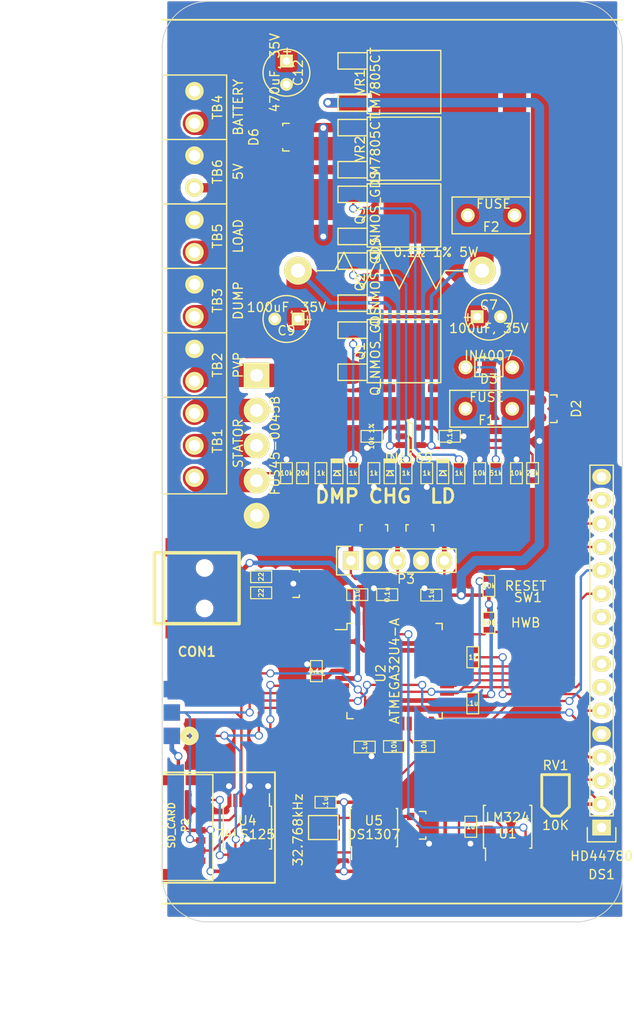
<source format=kicad_pcb>
(kicad_pcb (version 4) (host pcbnew "(2015-03-04 BZR 5478)-product")
  (layers (0 F.Cu signal) (31 B.Cu signal) (34 B.Paste user) (35 F.Paste user) (36 B.SilkS user) (37 F.SilkS user) (38 B.Mask user) (39 F.Mask user) (44 Edge.Cuts user))
  (net 0 "")
  (net 1 /AC1)
  (net 2 /AC2)
  (net 3 /AC3)
  (net 4 /BATTERY)
  (net 5 /LCD_E)
  (net 6 /MISO)
  (net 7 /MOSI)
  (net 8 /RESET)
  (net 9 /SCL)
  (net 10 /SDA)
  (net 11 /SD_CS)
  (net 12 /TACH)
  (net 13 GND)
  (net 14 "Net-(C1-Pad2)")
  (net 15 "Net-(C2-Pad2)")
  (net 16 "Net-(D1-Pad2)")
  (net 17 "Net-(U5-Pad1)")
  (net 18 "Net-(U5-Pad2)")
  (net 19 "Net-(U5-Pad3)")
  (net 20 "Net-(U5-Pad7)")
  (net 21 VCC)
  (net 22 "Net-(DS1-Pad3)")
  (net 23 "Net-(DS1-Pad7)")
  (net 24 "Net-(DS1-Pad8)")
  (net 25 "Net-(DS1-Pad9)")
  (net 26 "Net-(DS1-Pad10)")
  (net 27 /D4)
  (net 28 /D5)
  (net 29 /D6)
  (net 30 /D7)
  (net 31 "Net-(DS1-Pad15)")
  (net 32 /SCLK)
  (net 33 /LCD_BL)
  (net 34 /SOURCE)
  (net 35 "Net-(C3-Pad2)")
  (net 36 /FILTERED_SOURCE)
  (net 37 /SWITCHED_SOURCE)
  (net 38 "Net-(CON1-Pad2)")
  (net 39 "Net-(CON1-Pad3)")
  (net 40 "Net-(CON1-Pad4)")
  (net 41 "Net-(D1-Pad1)")
  (net 42 /FUSED_SOURCE)
  (net 43 "Net-(D4-Pad1)")
  (net 44 "Net-(D4-Pad2)")
  (net 45 "Net-(D5-Pad1)")
  (net 46 "Net-(D5-Pad2)")
  (net 47 "Net-(D6-Pad1)")
  (net 48 /SWITCHED_LOAD)
  (net 49 /REGULATED_LOAD)
  (net 50 /ENC_SW)
  (net 51 /ENC_A)
  (net 52 /ENC_B)
  (net 53 /D+)
  (net 54 /D-)
  (net 55 /FUSED_LOAD)
  (net 56 "Net-(P2-Pad1)")
  (net 57 "Net-(P2-Pad2)")
  (net 58 "Net-(P2-Pad5)")
  (net 59 /DUMP_SW)
  (net 60 /VIN)
  (net 61 /CHARGE_SW)
  (net 62 "Net-(R14-Pad1)")
  (net 63 "Net-(R16-Pad1)")
  (net 64 /VBATT)
  (net 65 /LOAD_SW)
  (net 66 /DUMP_LOAD)
  (net 67 /CURR)
  (net 68 /E6)
  (net 69 "Net-(U2-Pad12)")
  (net 70 "Net-(U2-Pad16)")
  (net 71 "Net-(U2-Pad17)")
  (net 72 "Net-(U2-Pad21)")
  (net 73 "Net-(P2-Pad7)")
  (net 74 "Net-(P2-Pad8)")
  (net 75 /VBUS)
  (net 76 "Net-(D7-Pad1)")
  (net 77 "Net-(R1-Pad1)")
  (net 78 "Net-(D11-Pad1)")
  (module custom:SM0603_VALUE (layer F.Cu) (at 47.25 136.25 270)
    (fp_text reference R6 hide)
    (fp_text value 1k (at 0 0 360) (layer F.SilkS) (effects (font (size 0.508 0.508) (thickness 0.1143))))
    (pad 1 smd rect (at -0.762 0 270) (size 0.635 1.143) (layers F.Cu F.Paste F.Mask) (net 16 "Net-(D1-Pad2)"))
    (pad 2 smd rect (at 0.762 0 270) (size 0.635 1.143) (layers F.Cu F.Paste F.Mask) (net 13 GND))
  )
  (module custom:i4-PAC-5 (layer F.Cu) (at 40.25 133.25 270)
    (fp_text reference BR1 hide)
    (fp_text value FUS45-0045B (at 0 -2 270) (layer F.SilkS))
    (pad 3 thru_hole circle (at 0 0 270) (size 2.794 2.794) (drill 1.397) (layers *.Cu *.Mask F.SilkS) (net 2 /AC2))
    (pad 4 thru_hole circle (at 3.81 0 270) (size 2.794 2.794) (drill 1.397) (layers *.Cu *.Mask F.SilkS) (net 1 /AC1))
    (pad 5 thru_hole circle (at 7.62 0 270) (size 2.794 2.794) (drill 1.397) (layers *.Cu *.Mask F.SilkS) (net 13 GND))
    (pad 2 thru_hole circle (at -3.81 0 270) (size 2.794 2.794) (drill 1.397) (layers *.Cu *.Mask F.SilkS) (net 3 /AC3))
    (pad 1 thru_hole rect (at -7.62 0 270) (size 2.794 2.794) (drill 1.397) (layers *.Cu *.Mask F.SilkS) (net 34 /SOURCE))
  )
  (module custom:SM0603_VALUE (layer F.Cu) (at 63.536611 174.661611 90)
    (fp_text reference C1 hide)
    (fp_text value 1u (at 0 0 180) (layer F.SilkS) (effects (font (size 0.508 0.508) (thickness 0.1143))))
    (pad 1 smd rect (at -0.762 0 90) (size 0.635 1.143) (layers F.Cu F.Paste F.Mask) (net 13 GND))
    (pad 2 smd rect (at 0.762 0 90) (size 0.635 1.143) (layers F.Cu F.Paste F.Mask) (net 14 "Net-(C1-Pad2)"))
  )
  (module custom:SM0603_VALUE (layer F.Cu) (at 46.75 157.75 270)
    (fp_text reference C2 hide)
    (fp_text value 0.1u (at 0 0 360) (layer F.SilkS) (effects (font (size 0.508 0.508) (thickness 0.1143))))
    (pad 1 smd rect (at -0.762 0 270) (size 0.635 1.143) (layers F.Cu F.Paste F.Mask) (net 13 GND))
    (pad 2 smd rect (at 0.762 0 270) (size 0.635 1.143) (layers F.Cu F.Paste F.Mask) (net 15 "Net-(C2-Pad2)"))
  )
  (module custom:SM0603_VALUE (layer F.Cu) (at 54.448223 149.448223)
    (fp_text reference C3 hide)
    (fp_text value 0.1u (at 0 0 90) (layer F.SilkS) (effects (font (size 0.508 0.508) (thickness 0.1143))))
    (pad 1 smd rect (at -0.762 0) (size 0.635 1.143) (layers F.Cu F.Paste F.Mask) (net 13 GND))
    (pad 2 smd rect (at 0.762 0) (size 0.635 1.143) (layers F.Cu F.Paste F.Mask) (net 35 "Net-(C3-Pad2)"))
  )
  (module custom:SM0603_VALUE (layer F.Cu) (at 52 166)
    (fp_text reference C4 hide)
    (fp_text value .1u (at 0 0 90) (layer F.SilkS) (effects (font (size 0.508 0.508) (thickness 0.1143))))
    (pad 1 smd rect (at -0.762 0) (size 0.635 1.143) (layers F.Cu F.Paste F.Mask) (net 21 VCC))
    (pad 2 smd rect (at 0.762 0) (size 0.635 1.143) (layers F.Cu F.Paste F.Mask) (net 13 GND))
  )
  (module custom:SM0603_VALUE (layer F.Cu) (at 59.25 149.5 180)
    (fp_text reference C5 hide)
    (fp_text value .1u (at 0 0 270) (layer F.SilkS) (effects (font (size 0.508 0.508) (thickness 0.1143))))
    (pad 1 smd rect (at -0.762 0 180) (size 0.635 1.143) (layers F.Cu F.Paste F.Mask) (net 21 VCC))
    (pad 2 smd rect (at 0.762 0 180) (size 0.635 1.143) (layers F.Cu F.Paste F.Mask) (net 13 GND))
  )
  (module custom:SM0603_VALUE (layer F.Cu) (at 63.75 161.25 270)
    (fp_text reference C6 hide)
    (fp_text value .1u (at 0 0 360) (layer F.SilkS) (effects (font (size 0.508 0.508) (thickness 0.1143))))
    (pad 1 smd rect (at -0.762 0 270) (size 0.635 1.143) (layers F.Cu F.Paste F.Mask) (net 21 VCC))
    (pad 2 smd rect (at 0.762 0 270) (size 0.635 1.143) (layers F.Cu F.Paste F.Mask) (net 13 GND))
  )
  (module custom:SM0603_VALUE (layer F.Cu) (at 51.198224 149.448223)
    (fp_text reference C8 hide)
    (fp_text value .1u (at 0 0 90) (layer F.SilkS) (effects (font (size 0.508 0.508) (thickness 0.1143))))
    (pad 1 smd rect (at -0.762 0) (size 0.635 1.143) (layers F.Cu F.Paste F.Mask) (net 21 VCC))
    (pad 2 smd rect (at 0.762 0) (size 0.635 1.143) (layers F.Cu F.Paste F.Mask) (net 13 GND))
  )
  (module custom:SM0603_VALUE (layer F.Cu) (at 45.25 136.25 90)
    (fp_text reference R1 hide)
    (fp_text value 20k (at 0 0 180) (layer F.SilkS) (effects (font (size 0.508 0.508) (thickness 0.1143))))
    (pad 1 smd rect (at -0.762 0 90) (size 0.635 1.143) (layers F.Cu F.Paste F.Mask) (net 77 "Net-(R1-Pad1)"))
    (pad 2 smd rect (at 0.762 0 90) (size 0.635 1.143) (layers F.Cu F.Paste F.Mask) (net 1 /AC1))
  )
  (module custom:SM0603_VALUE (layer F.Cu) (at 43.5 136.25 90)
    (fp_text reference R2 hide)
    (fp_text value 10k (at 0 0 180) (layer F.SilkS) (effects (font (size 0.508 0.508) (thickness 0.1143))))
    (pad 1 smd rect (at -0.762 0 90) (size 0.635 1.143) (layers F.Cu F.Paste F.Mask) (net 77 "Net-(R1-Pad1)"))
    (pad 2 smd rect (at 0.762 0 90) (size 0.635 1.143) (layers F.Cu F.Paste F.Mask) (net 13 GND))
  )
  (module custom:SM0603_VALUE (layer F.Cu) (at 40.75 149.25 180)
    (fp_text reference R3 hide)
    (fp_text value 22 (at 0 0 270) (layer F.SilkS) (effects (font (size 0.508 0.508) (thickness 0.1143))))
    (pad 1 smd rect (at -0.762 0 180) (size 0.635 1.143) (layers F.Cu F.Paste F.Mask) (net 53 /D+))
    (pad 2 smd rect (at 0.762 0 180) (size 0.635 1.143) (layers F.Cu F.Paste F.Mask) (net 39 "Net-(CON1-Pad3)"))
  )
  (module custom:SM0603_VALUE (layer F.Cu) (at 40.75 147.5 180)
    (fp_text reference R4 hide)
    (fp_text value 22 (at 0 0 270) (layer F.SilkS) (effects (font (size 0.508 0.508) (thickness 0.1143))))
    (pad 1 smd rect (at -0.762 0 180) (size 0.635 1.143) (layers F.Cu F.Paste F.Mask) (net 54 /D-))
    (pad 2 smd rect (at 0.762 0 180) (size 0.635 1.143) (layers F.Cu F.Paste F.Mask) (net 38 "Net-(CON1-Pad2)"))
  )
  (module custom:SM0603_VALUE (layer F.Cu) (at 50.75 136.25 270)
    (fp_text reference R7 hide)
    (fp_text value 1k (at 0 0 360) (layer F.SilkS) (effects (font (size 0.508 0.508) (thickness 0.1143))))
    (pad 1 smd rect (at -0.762 0 270) (size 0.635 1.143) (layers F.Cu F.Paste F.Mask) (net 41 "Net-(D1-Pad1)"))
    (pad 2 smd rect (at 0.762 0 270) (size 0.635 1.143) (layers F.Cu F.Paste F.Mask) (net 59 /DUMP_SW))
  )
  (module custom:SM0603_VALUE (layer F.Cu) (at 66.25 136.25 270)
    (fp_text reference R8 hide)
    (fp_text value 51k (at 0 0 360) (layer F.SilkS) (effects (font (size 0.508 0.508) (thickness 0.1143))))
    (pad 1 smd rect (at -0.762 0 270) (size 0.635 1.143) (layers F.Cu F.Paste F.Mask) (net 36 /FILTERED_SOURCE))
    (pad 2 smd rect (at 0.762 0 270) (size 0.635 1.143) (layers F.Cu F.Paste F.Mask) (net 60 /VIN))
  )
  (module custom:SM0603_VALUE (layer F.Cu) (at 64.5 136.25 90)
    (fp_text reference R9 hide)
    (fp_text value 10k (at 0 0 180) (layer F.SilkS) (effects (font (size 0.508 0.508) (thickness 0.1143))))
    (pad 1 smd rect (at -0.762 0 90) (size 0.635 1.143) (layers F.Cu F.Paste F.Mask) (net 60 /VIN))
    (pad 2 smd rect (at 0.762 0 90) (size 0.635 1.143) (layers F.Cu F.Paste F.Mask) (net 13 GND))
  )
  (module custom:SM0603_VALUE (layer F.Cu) (at 53 136.25 270)
    (fp_text reference R10 hide)
    (fp_text value 1k (at 0 0 360) (layer F.SilkS) (effects (font (size 0.508 0.508) (thickness 0.1143))))
    (pad 1 smd rect (at -0.762 0 270) (size 0.635 1.143) (layers F.Cu F.Paste F.Mask) (net 44 "Net-(D4-Pad2)"))
    (pad 2 smd rect (at 0.762 0 270) (size 0.635 1.143) (layers F.Cu F.Paste F.Mask) (net 13 GND))
  )
  (module custom:SM0603_VALUE (layer F.Cu) (at 56.5 136.25 270)
    (fp_text reference R11 hide)
    (fp_text value 1k (at 0 0 360) (layer F.SilkS) (effects (font (size 0.508 0.508) (thickness 0.1143))))
    (pad 1 smd rect (at -0.762 0 270) (size 0.635 1.143) (layers F.Cu F.Paste F.Mask) (net 43 "Net-(D4-Pad1)"))
    (pad 2 smd rect (at 0.762 0 270) (size 0.635 1.143) (layers F.Cu F.Paste F.Mask) (net 61 /CHARGE_SW))
  )
  (module custom:SM0603_VALUE (layer F.Cu) (at 55.198223 165.948224 180)
    (fp_text reference R12 hide)
    (fp_text value 10k (at 0 0 270) (layer F.SilkS) (effects (font (size 0.508 0.508) (thickness 0.1143))))
    (pad 1 smd rect (at -0.762 0 180) (size 0.635 1.143) (layers F.Cu F.Paste F.Mask) (net 9 /SCL))
    (pad 2 smd rect (at 0.762 0 180) (size 0.635 1.143) (layers F.Cu F.Paste F.Mask) (net 21 VCC))
  )
  (module custom:SM0603_VALUE (layer F.Cu) (at 58.448223 165.948224)
    (fp_text reference R13 hide)
    (fp_text value 10k (at 0 0 90) (layer F.SilkS) (effects (font (size 0.508 0.508) (thickness 0.1143))))
    (pad 1 smd rect (at -0.762 0) (size 0.635 1.143) (layers F.Cu F.Paste F.Mask) (net 10 /SDA))
    (pad 2 smd rect (at 0.762 0) (size 0.635 1.143) (layers F.Cu F.Paste F.Mask) (net 21 VCC))
  )
  (module custom:SM0603_VALUE (layer F.Cu) (at 65.5 152.5 90)
    (fp_text reference R14 hide)
    (fp_text value 10k (at 0 0 180) (layer F.SilkS) (effects (font (size 0.508 0.508) (thickness 0.1143))))
    (pad 1 smd rect (at -0.762 0 90) (size 0.635 1.143) (layers F.Cu F.Paste F.Mask) (net 62 "Net-(R14-Pad1)"))
    (pad 2 smd rect (at 0.762 0 90) (size 0.635 1.143) (layers F.Cu F.Paste F.Mask) (net 21 VCC))
  )
  (module custom:SM0603_VALUE (layer F.Cu) (at 52.75 132.25 180)
    (fp_text reference R16 hide)
    (fp_text value "10k 1%" (at 0 0 270) (layer F.SilkS) (effects (font (size 0.508 0.508) (thickness 0.1143))))
    (pad 1 smd rect (at -0.762 0 180) (size 0.635 1.143) (layers F.Cu F.Paste F.Mask) (net 63 "Net-(R16-Pad1)"))
    (pad 2 smd rect (at 0.762 0 180) (size 0.635 1.143) (layers F.Cu F.Paste F.Mask) (net 13 GND))
  )
  (module custom:SM0603_VALUE (layer F.Cu) (at 70.25 136.25 270)
    (fp_text reference R17 hide)
    (fp_text value 20k (at 0 0 360) (layer F.SilkS) (effects (font (size 0.508 0.508) (thickness 0.1143))))
    (pad 1 smd rect (at -0.762 0 270) (size 0.635 1.143) (layers F.Cu F.Paste F.Mask) (net 4 /BATTERY))
    (pad 2 smd rect (at 0.762 0 270) (size 0.635 1.143) (layers F.Cu F.Paste F.Mask) (net 64 /VBATT))
  )
  (module custom:SM0603_VALUE (layer F.Cu) (at 68.5 136.25 90)
    (fp_text reference R18 hide)
    (fp_text value 10k (at 0 0 180) (layer F.SilkS) (effects (font (size 0.508 0.508) (thickness 0.1143))))
    (pad 1 smd rect (at -0.762 0 90) (size 0.635 1.143) (layers F.Cu F.Paste F.Mask) (net 64 /VBATT))
    (pad 2 smd rect (at 0.762 0 90) (size 0.635 1.143) (layers F.Cu F.Paste F.Mask) (net 13 GND))
  )
  (module custom:SM0603_VALUE (layer F.Cu) (at 58.75 136.25 270)
    (fp_text reference R19 hide)
    (fp_text value 1k (at 0 0 360) (layer F.SilkS) (effects (font (size 0.508 0.508) (thickness 0.1143))))
    (pad 1 smd rect (at -0.762 0 270) (size 0.635 1.143) (layers F.Cu F.Paste F.Mask) (net 46 "Net-(D5-Pad2)"))
    (pad 2 smd rect (at 0.762 0 270) (size 0.635 1.143) (layers F.Cu F.Paste F.Mask) (net 13 GND))
  )
  (module custom:SM0603_VALUE (layer F.Cu) (at 62.25 136.25 270)
    (fp_text reference R20 hide)
    (fp_text value 1k (at 0 0 360) (layer F.SilkS) (effects (font (size 0.508 0.508) (thickness 0.1143))))
    (pad 1 smd rect (at -0.762 0 270) (size 0.635 1.143) (layers F.Cu F.Paste F.Mask) (net 45 "Net-(D5-Pad1)"))
    (pad 2 smd rect (at 0.762 0 270) (size 0.635 1.143) (layers F.Cu F.Paste F.Mask) (net 65 /LOAD_SW))
  )
  (module Crystals_Oscillators_SMD:crystal_FA238-TSX3225 (layer F.Cu) (at 47.5 174.75)
    (fp_text reference X1 hide)
    (fp_text value 32.768kHz (at -2.75 0.25 270) (layer F.SilkS))
    (pad 1 smd rect (at -1.1 0.8) (size 1.4 1.2) (layers F.Cu F.Paste F.Mask) (net 17 "Net-(U5-Pad1)"))
    (pad 3 smd rect (at 1.1 0.8) (size 1.4 1.2) (layers F.Cu F.Paste F.Mask))
    (pad 3 smd rect (at -1.1 -0.8) (size 1.4 1.2) (layers F.Cu F.Paste F.Mask))
    (pad 2 smd rect (at 1.1 -0.8) (size 1.4 1.2) (layers F.Cu F.Paste F.Mask) (net 18 "Net-(U5-Pad2)"))
  )
  (module Discret:C1V5 (layer F.Cu) (at 65.5 119.25)
    (fp_text reference C7 (at 0 -1.26746) (layer F.SilkS))
    (fp_text value "100uF, 35V" (at 0 1.27) (layer F.SilkS))
    (fp_text user + (at -2.286 0) (layer F.SilkS))
    (pad 1 thru_hole rect (at -1.27 0) (size 1.397 1.397) (drill 0.8128) (layers *.Cu *.Mask F.SilkS) (net 36 /FILTERED_SOURCE))
    (pad 2 thru_hole circle (at 1.27 0) (size 1.397 1.397) (drill 0.8128) (layers *.Cu *.Mask F.SilkS) (net 13 GND))
  )
  (module Discret:C1V5 (layer F.Cu) (at 43.5 119.5 180)
    (fp_text reference C9 (at 0 -1.26746 180) (layer F.SilkS))
    (fp_text value "100uF, 35V" (at 0 1.27 180) (layer F.SilkS))
    (fp_text user + (at -2.286 0 180) (layer F.SilkS))
    (pad 1 thru_hole rect (at -1.27 0 180) (size 1.397 1.397) (drill 0.8128) (layers *.Cu *.Mask F.SilkS) (net 37 /SWITCHED_SOURCE))
    (pad 2 thru_hole circle (at 1.27 0 180) (size 1.397 1.397) (drill 0.8128) (layers *.Cu *.Mask F.SilkS) (net 13 GND))
  )
  (module custom:SM0603_VALUE (layer F.Cu) (at 61.25 132.25)
    (fp_text reference C10 hide)
    (fp_text value 0.1u (at 0 0 90) (layer F.SilkS) (effects (font (size 0.508 0.508) (thickness 0.1143))))
    (pad 1 smd rect (at -0.762 0) (size 0.635 1.143) (layers F.Cu F.Paste F.Mask) (net 21 VCC))
    (pad 2 smd rect (at 0.762 0) (size 0.635 1.143) (layers F.Cu F.Paste F.Mask) (net 13 GND))
  )
  (module custom:SM0603_VALUE (layer F.Cu) (at 47.75 172 180)
    (fp_text reference C11 hide)
    (fp_text value .1u (at 0 0 270) (layer F.SilkS) (effects (font (size 0.508 0.508) (thickness 0.1143))))
    (pad 1 smd rect (at -0.762 0 180) (size 0.635 1.143) (layers F.Cu F.Paste F.Mask) (net 21 VCC))
    (pad 2 smd rect (at 0.762 0 180) (size 0.635 1.143) (layers F.Cu F.Paste F.Mask) (net 13 GND))
  )
  (module Discret:C1V5 (layer F.Cu) (at 43.5 92.75 270)
    (fp_text reference C12 (at 0 -1.26746 270) (layer F.SilkS))
    (fp_text value "470uF, 35V" (at 0 1.27 270) (layer F.SilkS))
    (fp_text user + (at -2.286 0 270) (layer F.SilkS))
    (pad 1 thru_hole rect (at -1.27 0 270) (size 1.397 1.397) (drill 0.8128) (layers *.Cu *.Mask F.SilkS) (net 4 /BATTERY))
    (pad 2 thru_hole circle (at 1.27 0 270) (size 1.397 1.397) (drill 0.8128) (layers *.Cu *.Mask F.SilkS) (net 13 GND))
  )
  (module Housings_SOT-23_SOT-143_TSOT-6:SOT-23 (layer F.Cu) (at 72.25 129.25 270)
    (fp_text reference D2 (at 0 -2.75 270) (layer F.SilkS))
    (fp_text value TVS hide)
    (pad 1 smd rect (at -0.95 1.00076 270) (size 0.8001 0.8001) (layers F.Cu F.Paste F.Mask) (net 42 /FUSED_SOURCE))
    (pad 2 smd rect (at 0.95 1.00076 270) (size 0.8001 0.8001) (layers F.Cu F.Paste F.Mask) (net 34 /SOURCE))
    (pad 3 smd rect (at 0 -0.99822 270) (size 0.8001 0.8001) (layers F.Cu F.Paste F.Mask) (net 13 GND))
  )
  (module Housings_SOT-23_SOT-143_TSOT-6:SOT-23 (layer F.Cu) (at 43.75 99.75 90)
    (fp_text reference D6 (at 0 -3.81 90) (layer F.SilkS))
    (fp_text value TVS hide)
    (pad 1 smd rect (at -0.95 1.00076 90) (size 0.8001 0.8001) (layers F.Cu F.Paste F.Mask) (net 47 "Net-(D6-Pad1)"))
    (pad 2 smd rect (at 0.95 1.00076 90) (size 0.8001 0.8001) (layers F.Cu F.Paste F.Mask) (net 48 /SWITCHED_LOAD))
    (pad 3 smd rect (at 0 -0.99822 90) (size 0.8001 0.8001) (layers F.Cu F.Paste F.Mask) (net 13 GND))
  )
  (module Housings_SOT-23_SOT-143_TSOT-6:SOT-23 (layer F.Cu) (at 58 142.5)
    (fp_text reference D7 hide)
    (fp_text value TVS hide)
    (pad 1 smd rect (at -0.95 1.00076) (size 0.8001 0.8001) (layers F.Cu F.Paste F.Mask) (net 76 "Net-(D7-Pad1)"))
    (pad 2 smd rect (at 0.95 1.00076) (size 0.8001 0.8001) (layers F.Cu F.Paste F.Mask) (net 50 /ENC_SW))
    (pad 3 smd rect (at 0 -0.99822) (size 0.8001 0.8001) (layers F.Cu F.Paste F.Mask) (net 13 GND))
  )
  (module Housings_SOT-23_SOT-143_TSOT-6:SOT-23 (layer F.Cu) (at 53 142.5)
    (fp_text reference D8 hide)
    (fp_text value TVS hide)
    (pad 1 smd rect (at -0.95 1.00076) (size 0.8001 0.8001) (layers F.Cu F.Paste F.Mask) (net 51 /ENC_A))
    (pad 2 smd rect (at 0.95 1.00076) (size 0.8001 0.8001) (layers F.Cu F.Paste F.Mask) (net 52 /ENC_B))
    (pad 3 smd rect (at 0 -0.99822) (size 0.8001 0.8001) (layers F.Cu F.Paste F.Mask) (net 13 GND))
  )
  (module Housings_SOT-23_SOT-143_TSOT-6:SOT-23 (layer F.Cu) (at 58 174.5 270)
    (fp_text reference D9 hide)
    (fp_text value TVS hide)
    (pad 1 smd rect (at -0.95 1.00076 270) (size 0.8001 0.8001) (layers F.Cu F.Paste F.Mask) (net 10 /SDA))
    (pad 2 smd rect (at 0.95 1.00076 270) (size 0.8001 0.8001) (layers F.Cu F.Paste F.Mask) (net 9 /SCL))
    (pad 3 smd rect (at 0 -0.99822 270) (size 0.8001 0.8001) (layers F.Cu F.Paste F.Mask) (net 13 GND))
  )
  (module Housings_SOT-23_SOT-143_TSOT-6:SOT-23 (layer F.Cu) (at 44.25 148.25 270)
    (fp_text reference D10 hide)
    (fp_text value TVS hide)
    (pad 1 smd rect (at -0.95 1.00076 270) (size 0.8001 0.8001) (layers F.Cu F.Paste F.Mask) (net 54 /D-))
    (pad 2 smd rect (at 0.95 1.00076 270) (size 0.8001 0.8001) (layers F.Cu F.Paste F.Mask) (net 53 /D+))
    (pad 3 smd rect (at 0 -0.99822 270) (size 0.8001 0.8001) (layers F.Cu F.Paste F.Mask) (net 13 GND))
  )
  (module Pin_Headers:Pin_Header_Straight_1x05 (layer F.Cu) (at 50.5 145.75 90)
    (fp_text reference P3 (at -2 6 180) (layer F.SilkS))
    (fp_text value ENCODER hide)
    (pad 1 thru_hole rect (at 0 0 90) (size 2.032 1.7272) (drill 1.016) (layers *.Cu *.Mask F.SilkS) (net 51 /ENC_A))
    (pad 2 thru_hole oval (at 0 2.54 90) (size 2.032 1.7272) (drill 1.016) (layers *.Cu *.Mask F.SilkS) (net 13 GND))
    (pad 3 thru_hole oval (at 0 5.08 90) (size 2.032 1.7272) (drill 1.016) (layers *.Cu *.Mask F.SilkS) (net 52 /ENC_B))
    (pad 4 thru_hole oval (at 0 7.62 90) (size 2.032 1.7272) (drill 1.016) (layers *.Cu *.Mask F.SilkS) (net 13 GND))
    (pad 5 thru_hole oval (at 0 10.16 90) (size 2.032 1.7272) (drill 1.016) (layers *.Cu *.Mask F.SilkS) (net 50 /ENC_SW))
  )
  (module custom:SM0603_VALUE (layer F.Cu) (at 65.5 148.5 90)
    (fp_text reference R5 hide)
    (fp_text value 10k (at 0 0 180) (layer F.SilkS) (effects (font (size 0.508 0.508) (thickness 0.1143))))
    (pad 1 smd rect (at -0.762 0 90) (size 0.635 1.143) (layers F.Cu F.Paste F.Mask) (net 21 VCC))
    (pad 2 smd rect (at 0.762 0 90) (size 0.635 1.143) (layers F.Cu F.Paste F.Mask) (net 8 /RESET))
  )
  (module custom:RESISTOR_POWER (layer F.Cu) (at 54.75 114.25 180)
    (fp_text reference R15 hide)
    (fp_text value "0.1Ω 1% 5W" (at -5 2 180) (layer F.SilkS))
    (pad 1 thru_hole circle (at -10 0 180) (size 3.048 3.048) (drill 1.524) (layers *.Cu *.Mask F.SilkS) (net 4 /BATTERY))
    (pad 2 thru_hole circle (at 10 0 180) (size 3.048 3.048) (drill 1.524) (layers *.Cu *.Mask F.SilkS) (net 37 /SWITCHED_SOURCE))
  )
  (module custom:SM0603_VALUE (layer F.Cu) (at 63.75 156.25 90)
    (fp_text reference R22 hide)
    (fp_text value 1k (at 0 0 180) (layer F.SilkS) (effects (font (size 0.508 0.508) (thickness 0.1143))))
    (pad 1 smd rect (at -0.762 0 90) (size 0.635 1.143) (layers F.Cu F.Paste F.Mask) (net 31 "Net-(DS1-Pad15)"))
    (pad 2 smd rect (at 0.762 0 90) (size 0.635 1.143) (layers F.Cu F.Paste F.Mask) (net 33 /LCD_BL))
  )
  (module custom:sw_42_32 (layer F.Cu) (at 69.5 148.5 180)
    (fp_text reference SW1 (at -0.25 -1.25 180) (layer F.SilkS))
    (fp_text value RESET (at 0 0 180) (layer F.SilkS))
    (pad 1 smd rect (at -2 -1 180) (size 1.05 0.85) (layers F.Cu F.Paste F.Mask) (net 13 GND))
    (pad 1 smd rect (at 2 -1 180) (size 1.05 0.85) (layers F.Cu F.Paste F.Mask) (net 13 GND))
    (pad 2 smd rect (at -2 1 180) (size 1.05 0.85) (layers F.Cu F.Paste F.Mask) (net 8 /RESET))
    (pad 2 smd rect (at 2 1 180) (size 1.05 0.85) (layers F.Cu F.Paste F.Mask) (net 8 /RESET))
  )
  (module custom:sw_42_32 (layer F.Cu) (at 69.5 152.5 180)
    (fp_text reference SW2 hide)
    (fp_text value HWB (at 0 0 180) (layer F.SilkS))
    (pad 1 smd rect (at -2 -1 180) (size 1.05 0.85) (layers F.Cu F.Paste F.Mask) (net 62 "Net-(R14-Pad1)"))
    (pad 1 smd rect (at 2 -1 180) (size 1.05 0.85) (layers F.Cu F.Paste F.Mask) (net 62 "Net-(R14-Pad1)"))
    (pad 2 smd rect (at -2 1 180) (size 1.05 0.85) (layers F.Cu F.Paste F.Mask) (net 13 GND))
    (pad 2 smd rect (at 2 1 180) (size 1.05 0.85) (layers F.Cu F.Paste F.Mask) (net 13 GND))
  )
  (module Housings_QFP:TQFP-44_10x10mm_Pitch0.8mm (layer F.Cu) (at 55.25 157.75)
    (fp_text reference U2 (at -1.5 0.25 90) (layer F.SilkS))
    (fp_text value ATMEGA32U4-A (at 0 0 90) (layer F.SilkS))
    (pad 1 smd rect (at -5.7 -4) (size 1.5 0.55) (layers F.Cu F.Paste F.Mask) (net 68 /E6))
    (pad 2 smd rect (at -5.7 -3.2) (size 1.5 0.55) (layers F.Cu F.Paste F.Mask) (net 21 VCC))
    (pad 3 smd rect (at -5.7 -2.4) (size 1.5 0.55) (layers F.Cu F.Paste F.Mask) (net 54 /D-))
    (pad 4 smd rect (at -5.7 -1.6) (size 1.5 0.55) (layers F.Cu F.Paste F.Mask) (net 53 /D+))
    (pad 5 smd rect (at -5.7 -0.8) (size 1.5 0.55) (layers F.Cu F.Paste F.Mask) (net 13 GND))
    (pad 6 smd rect (at -5.7 0) (size 1.5 0.55) (layers F.Cu F.Paste F.Mask) (net 15 "Net-(C2-Pad2)"))
    (pad 7 smd rect (at -5.7 0.8) (size 1.5 0.55) (layers F.Cu F.Paste F.Mask) (net 75 /VBUS))
    (pad 8 smd rect (at -5.7 1.6) (size 1.5 0.55) (layers F.Cu F.Paste F.Mask) (net 11 /SD_CS))
    (pad 9 smd rect (at -5.7 2.4) (size 1.5 0.55) (layers F.Cu F.Paste F.Mask) (net 32 /SCLK))
    (pad 10 smd rect (at -5.7 3.2) (size 1.5 0.55) (layers F.Cu F.Paste F.Mask) (net 7 /MOSI))
    (pad 11 smd rect (at -5.7 4) (size 1.5 0.55) (layers F.Cu F.Paste F.Mask) (net 6 /MISO))
    (pad 12 smd rect (at -4 5.7 90) (size 1.5 0.55) (layers F.Cu F.Paste F.Mask) (net 69 "Net-(U2-Pad12)"))
    (pad 13 smd rect (at -3.2 5.7 90) (size 1.5 0.55) (layers F.Cu F.Paste F.Mask) (net 8 /RESET))
    (pad 14 smd rect (at -2.4 5.7 90) (size 1.5 0.55) (layers F.Cu F.Paste F.Mask) (net 21 VCC))
    (pad 15 smd rect (at -1.6 5.7 90) (size 1.5 0.55) (layers F.Cu F.Paste F.Mask) (net 13 GND))
    (pad 16 smd rect (at -0.8 5.7 90) (size 1.5 0.55) (layers F.Cu F.Paste F.Mask) (net 70 "Net-(U2-Pad16)"))
    (pad 17 smd rect (at 0 5.7 90) (size 1.5 0.55) (layers F.Cu F.Paste F.Mask) (net 71 "Net-(U2-Pad17)"))
    (pad 18 smd rect (at 0.8 5.7 90) (size 1.5 0.55) (layers F.Cu F.Paste F.Mask) (net 9 /SCL))
    (pad 19 smd rect (at 1.6 5.7 90) (size 1.5 0.55) (layers F.Cu F.Paste F.Mask) (net 10 /SDA))
    (pad 20 smd rect (at 2.4 5.7 90) (size 1.5 0.55) (layers F.Cu F.Paste F.Mask) (net 12 /TACH))
    (pad 21 smd rect (at 3.2 5.7 90) (size 1.5 0.55) (layers F.Cu F.Paste F.Mask) (net 72 "Net-(U2-Pad21)"))
    (pad 22 smd rect (at 4 5.7 90) (size 1.5 0.55) (layers F.Cu F.Paste F.Mask) (net 28 /D5))
    (pad 23 smd rect (at 5.7 4) (size 1.5 0.55) (layers F.Cu F.Paste F.Mask) (net 13 GND))
    (pad 24 smd rect (at 5.7 3.2) (size 1.5 0.55) (layers F.Cu F.Paste F.Mask) (net 21 VCC))
    (pad 25 smd rect (at 5.7 2.4) (size 1.5 0.55) (layers F.Cu F.Paste F.Mask) (net 27 /D4))
    (pad 26 smd rect (at 5.7 1.6) (size 1.5 0.55) (layers F.Cu F.Paste F.Mask) (net 29 /D6))
    (pad 27 smd rect (at 5.7 0.8) (size 1.5 0.55) (layers F.Cu F.Paste F.Mask) (net 30 /D7))
    (pad 28 smd rect (at 5.7 0) (size 1.5 0.55) (layers F.Cu F.Paste F.Mask) (net 65 /LOAD_SW))
    (pad 29 smd rect (at 5.7 -0.8) (size 1.5 0.55) (layers F.Cu F.Paste F.Mask) (net 59 /DUMP_SW))
    (pad 30 smd rect (at 5.7 -1.6) (size 1.5 0.55) (layers F.Cu F.Paste F.Mask) (net 61 /CHARGE_SW))
    (pad 31 smd rect (at 5.7 -2.4) (size 1.5 0.55) (layers F.Cu F.Paste F.Mask) (net 5 /LCD_E))
    (pad 32 smd rect (at 5.7 -3.2) (size 1.5 0.55) (layers F.Cu F.Paste F.Mask) (net 33 /LCD_BL))
    (pad 33 smd rect (at 5.7 -4) (size 1.5 0.55) (layers F.Cu F.Paste F.Mask) (net 62 "Net-(R14-Pad1)"))
    (pad 34 smd rect (at 4 -5.7 90) (size 1.5 0.55) (layers F.Cu F.Paste F.Mask) (net 21 VCC))
    (pad 35 smd rect (at 3.2 -5.7 90) (size 1.5 0.55) (layers F.Cu F.Paste F.Mask) (net 13 GND))
    (pad 36 smd rect (at 2.4 -5.7 90) (size 1.5 0.55) (layers F.Cu F.Paste F.Mask) (net 50 /ENC_SW))
    (pad 37 smd rect (at 1.6 -5.7 90) (size 1.5 0.55) (layers F.Cu F.Paste F.Mask) (net 52 /ENC_B))
    (pad 38 smd rect (at 0.8 -5.7 90) (size 1.5 0.55) (layers F.Cu F.Paste F.Mask) (net 51 /ENC_A))
    (pad 39 smd rect (at 0 -5.7 90) (size 1.5 0.55) (layers F.Cu F.Paste F.Mask) (net 67 /CURR))
    (pad 40 smd rect (at -0.8 -5.7 90) (size 1.5 0.55) (layers F.Cu F.Paste F.Mask) (net 64 /VBATT))
    (pad 41 smd rect (at -1.6 -5.7 90) (size 1.5 0.55) (layers F.Cu F.Paste F.Mask) (net 60 /VIN))
    (pad 42 smd rect (at -2.4 -5.7 90) (size 1.5 0.55) (layers F.Cu F.Paste F.Mask) (net 35 "Net-(C3-Pad2)"))
    (pad 43 smd rect (at -3.2 -5.7 90) (size 1.5 0.55) (layers F.Cu F.Paste F.Mask) (net 13 GND))
    (pad 44 smd rect (at -4 -5.7 90) (size 1.5 0.55) (layers F.Cu F.Paste F.Mask) (net 21 VCC))
  )
  (module Housings_SSOP:TSSOP-14_4.4x5mm_Pitch0.65mm (layer F.Cu) (at 39.25 174.75 270)
    (fp_text reference U4 (at -0.75 0 360) (layer F.SilkS))
    (fp_text value 74LS125 (at 0.75 0.25 540) (layer F.SilkS))
    (pad 1 smd rect (at -2.95 -1.95 270) (size 1.45 0.45) (layers F.Cu F.Paste F.Mask) (net 13 GND))
    (pad 2 smd rect (at -2.95 -1.3 270) (size 1.45 0.45) (layers F.Cu F.Paste F.Mask) (net 11 /SD_CS))
    (pad 3 smd rect (at -2.95 -0.65 270) (size 1.45 0.45) (layers F.Cu F.Paste F.Mask) (net 57 "Net-(P2-Pad2)"))
    (pad 4 smd rect (at -2.95 0 270) (size 1.45 0.45) (layers F.Cu F.Paste F.Mask) (net 13 GND))
    (pad 5 smd rect (at -2.95 0.65 270) (size 1.45 0.45) (layers F.Cu F.Paste F.Mask) (net 32 /SCLK))
    (pad 6 smd rect (at -2.95 1.3 270) (size 1.45 0.45) (layers F.Cu F.Paste F.Mask) (net 58 "Net-(P2-Pad5)"))
    (pad 7 smd rect (at -2.95 1.95 270) (size 1.45 0.45) (layers F.Cu F.Paste F.Mask) (net 13 GND))
    (pad 8 smd rect (at 2.95 1.95 270) (size 1.45 0.45) (layers F.Cu F.Paste F.Mask) (net 73 "Net-(P2-Pad7)"))
    (pad 9 smd rect (at 2.95 1.3 270) (size 1.45 0.45) (layers F.Cu F.Paste F.Mask) (net 6 /MISO))
    (pad 10 smd rect (at 2.95 0.65 270) (size 1.45 0.45) (layers F.Cu F.Paste F.Mask) (net 13 GND))
    (pad 11 smd rect (at 2.95 0 270) (size 1.45 0.45) (layers F.Cu F.Paste F.Mask))
    (pad 12 smd rect (at 2.95 -0.65 270) (size 1.45 0.45) (layers F.Cu F.Paste F.Mask))
    (pad 13 smd rect (at 2.95 -1.3 270) (size 1.45 0.45) (layers F.Cu F.Paste F.Mask))
    (pad 14 smd rect (at 2.95 -1.95 270) (size 1.45 0.45) (layers F.Cu F.Paste F.Mask) (net 21 VCC))
  )
  (module Housings_SOIC:SOIC-8_3.9x4.9mm_Pitch1.27mm (layer F.Cu) (at 53 174.75 90)
    (fp_text reference U5 (at 0.75 0 180) (layer F.SilkS))
    (fp_text value DS1307 (at -0.75 0 180) (layer F.SilkS))
    (pad 1 smd rect (at -2.7 -1.905 90) (size 1.55 0.6) (layers F.Cu F.Paste F.Mask) (net 17 "Net-(U5-Pad1)"))
    (pad 2 smd rect (at -2.7 -0.635 90) (size 1.55 0.6) (layers F.Cu F.Paste F.Mask) (net 18 "Net-(U5-Pad2)"))
    (pad 3 smd rect (at -2.7 0.635 90) (size 1.55 0.6) (layers F.Cu F.Paste F.Mask) (net 19 "Net-(U5-Pad3)"))
    (pad 4 smd rect (at -2.7 1.905 90) (size 1.55 0.6) (layers F.Cu F.Paste F.Mask) (net 13 GND))
    (pad 5 smd rect (at 2.7 1.905 90) (size 1.55 0.6) (layers F.Cu F.Paste F.Mask) (net 10 /SDA))
    (pad 6 smd rect (at 2.7 0.635 90) (size 1.55 0.6) (layers F.Cu F.Paste F.Mask) (net 9 /SCL))
    (pad 7 smd rect (at 2.7 -0.635 90) (size 1.55 0.6) (layers F.Cu F.Paste F.Mask) (net 20 "Net-(U5-Pad7)"))
    (pad 8 smd rect (at 2.7 -1.905 90) (size 1.55 0.6) (layers F.Cu F.Paste F.Mask) (net 21 VCC))
  )
  (module SMD_Packages:DPAK-2 (layer F.Cu) (at 50.75 93.75 270)
    (fp_text reference VR1 (at 0 -0.75 270) (layer F.SilkS))
    (fp_text value LM7805CT (at 0 -2.413 270) (layer F.SilkS))
    (pad 1 smd rect (at -2.286 0 270) (size 1.651 3.048) (layers F.Cu F.Paste F.Mask) (net 4 /BATTERY))
    (pad 2 smd rect (at 0 -6.35 270) (size 6.096 6.096) (layers F.Cu F.Paste F.Mask) (net 13 GND))
    (pad 3 smd rect (at 2.286 0 270) (size 1.651 3.048) (layers F.Cu F.Paste F.Mask) (net 21 VCC))
  )
  (module SMD_Packages:DPAK-2 (layer F.Cu) (at 50.75 101 270)
    (fp_text reference VR2 (at 0 -0.75 270) (layer F.SilkS))
    (fp_text value LM7805CT (at 0 -2.413 270) (layer F.SilkS))
    (pad 1 smd rect (at -2.286 0 270) (size 1.651 3.048) (layers F.Cu F.Paste F.Mask) (net 48 /SWITCHED_LOAD))
    (pad 2 smd rect (at 0 -6.35 270) (size 6.096 6.096) (layers F.Cu F.Paste F.Mask) (net 13 GND))
    (pad 3 smd rect (at 2.286 0 270) (size 1.651 3.048) (layers F.Cu F.Paste F.Mask) (net 49 /REGULATED_LOAD))
  )
  (module Housings_SSOP:TSSOP-14_4.4x5mm_Pitch0.65mm (layer F.Cu) (at 67.536611 174.661611 90)
    (fp_text reference U1 (at -0.75 0 180) (layer F.SilkS))
    (fp_text value LM324 (at 1 0 180) (layer F.SilkS))
    (pad 1 smd rect (at -2.95 -1.95 90) (size 1.45 0.45) (layers F.Cu F.Paste F.Mask) (net 12 /TACH))
    (pad 2 smd rect (at -2.95 -1.3 90) (size 1.45 0.45) (layers F.Cu F.Paste F.Mask) (net 13 GND))
    (pad 3 smd rect (at -2.95 -0.65 90) (size 1.45 0.45) (layers F.Cu F.Paste F.Mask) (net 78 "Net-(D11-Pad1)"))
    (pad 4 smd rect (at -2.95 0 90) (size 1.45 0.45) (layers F.Cu F.Paste F.Mask) (net 21 VCC))
    (pad 5 smd rect (at -2.95 0.65 90) (size 1.45 0.45) (layers F.Cu F.Paste F.Mask) (net 63 "Net-(R16-Pad1)"))
    (pad 6 smd rect (at -2.95 1.3 90) (size 1.45 0.45) (layers F.Cu F.Paste F.Mask) (net 67 /CURR))
    (pad 7 smd rect (at -2.95 1.95 90) (size 1.45 0.45) (layers F.Cu F.Paste F.Mask) (net 67 /CURR))
    (pad 8 smd rect (at 2.95 1.95 90) (size 1.45 0.45) (layers F.Cu F.Paste F.Mask))
    (pad 9 smd rect (at 2.95 1.3 90) (size 1.45 0.45) (layers F.Cu F.Paste F.Mask))
    (pad 10 smd rect (at 2.95 0.65 90) (size 1.45 0.45) (layers F.Cu F.Paste F.Mask))
    (pad 11 smd rect (at 2.95 0 90) (size 1.45 0.45) (layers F.Cu F.Paste F.Mask) (net 13 GND))
    (pad 12 smd rect (at 2.95 -0.65 90) (size 1.45 0.45) (layers F.Cu F.Paste F.Mask))
    (pad 13 smd rect (at 2.95 -1.3 90) (size 1.45 0.45) (layers F.Cu F.Paste F.Mask))
    (pad 14 smd rect (at 2.95 -1.95 90) (size 1.45 0.45) (layers F.Cu F.Paste F.Mask))
  )
  (module custom:ISP_EDGE (layer F.Cu) (at 28.5 162.25 270)
    (fp_text reference P1 hide)
    (fp_text value ISP hide)
    (pad 5 smd rect (at -2.54 -2.54 270) (size 1.778 1.778) (layers F.Cu F.Paste F.Mask) (net 8 /RESET))
    (pad 3 smd rect (at 0 -2.54 270) (size 1.778 1.778) (layers F.Cu F.Paste F.Mask) (net 32 /SCLK))
    (pad 1 smd rect (at 2.54 -2.54 270) (size 1.778 1.778) (layers F.Cu F.Paste F.Mask) (net 6 /MISO))
    (pad 6 smd rect (at -2.54 -2.54 270) (size 1.778 1.778) (layers B.Cu B.Paste B.Mask) (net 13 GND))
    (pad 4 smd rect (at 0 -2.54 270) (size 1.778 1.778) (layers B.Cu B.Paste B.Mask) (net 7 /MOSI))
    (pad 2 smd rect (at 2.54 -2.54 270) (size 1.778 1.778) (layers B.Cu B.Paste B.Mask) (net 21 VCC))
  )
  (module custom:475710001 (layer F.Cu) (at 35.5 174.5 270)
    (fp_text reference P2 (at 0 3 270) (layer F.SilkS) (effects (font (size 0.762 0.762))))
    (fp_text value SD_CARD (at 0 4.5 270) (layer F.SilkS) (effects (font (size 0.762 0.762))))
    (pad 4 smd rect (at 0.55 1.31 270) (size 0.7 1) (layers F.Cu F.Paste F.Mask) (net 21 VCC))
    (pad 3 smd rect (at 1.65 1.31 270) (size 0.7 1) (layers F.Cu F.Paste F.Mask) (net 7 /MOSI))
    (pad 2 smd rect (at 2.75 1.31 270) (size 0.7 1) (layers F.Cu F.Paste F.Mask) (net 57 "Net-(P2-Pad2)"))
    (pad 1 smd rect (at 3.85 1.31 270) (size 0.7 1) (layers F.Cu F.Paste F.Mask) (net 56 "Net-(P2-Pad1)"))
    (pad 5 smd rect (at -0.55 1.31 270) (size 0.7 1) (layers F.Cu F.Paste F.Mask) (net 58 "Net-(P2-Pad5)"))
    (pad 6 smd rect (at -1.65 1.31 270) (size 0.7 1) (layers F.Cu F.Paste F.Mask) (net 13 GND))
    (pad 7 smd rect (at -2.75 1.31 270) (size 0.7 1) (layers F.Cu F.Paste F.Mask) (net 73 "Net-(P2-Pad7)"))
    (pad 8 smd rect (at -3.85 1.31 270) (size 0.7 1) (layers F.Cu F.Paste F.Mask) (net 74 "Net-(P2-Pad8)"))
    (pad 9 smd rect (at -4.925 2.36 270) (size 1.15 1.2) (layers F.Cu F.Paste F.Mask))
    (pad 10 smd rect (at -4.925 4.95 270) (size 1.15 1.2) (layers F.Cu F.Paste F.Mask))
    (pad 11 smd rect (at 5.475 2.8 270) (size 1.45 1.2) (layers F.Cu F.Paste F.Mask))
    (pad 12 smd rect (at 5.7 3.95 270) (size 1 0.7) (layers F.Cu F.Paste F.Mask))
    (pad 13 smd rect (at 5.475 5.1 270) (size 1.45 0.9) (layers F.Cu F.Paste F.Mask))
  )
  (module SMD_Packages:DPAK-2 (layer F.Cu) (at 50.75 123 270)
    (fp_text reference Q1 (at 0 -0.75 270) (layer F.SilkS))
    (fp_text value Q_NMOS_GDS (at 0 -2.413 270) (layer F.SilkS))
    (pad 1 smd rect (at -2.286 0 270) (size 1.651 3.048) (layers F.Cu F.Paste F.Mask) (net 41 "Net-(D1-Pad1)"))
    (pad 2 smd rect (at 0 -6.35 270) (size 6.096 6.096) (layers F.Cu F.Paste F.Mask) (net 34 /SOURCE))
    (pad 3 smd rect (at 2.286 0 270) (size 1.651 3.048) (layers F.Cu F.Paste F.Mask) (net 66 /DUMP_LOAD))
  )
  (module SMD_Packages:DPAK-2 (layer F.Cu) (at 50.75 115.5 270)
    (fp_text reference Q2 (at 0 -0.75 270) (layer F.SilkS))
    (fp_text value Q_NMOS_GDS (at 0 -2.413 270) (layer F.SilkS))
    (pad 1 smd rect (at -2.286 0 270) (size 1.651 3.048) (layers F.Cu F.Paste F.Mask) (net 43 "Net-(D4-Pad1)"))
    (pad 2 smd rect (at 0 -6.35 270) (size 6.096 6.096) (layers F.Cu F.Paste F.Mask) (net 36 /FILTERED_SOURCE))
    (pad 3 smd rect (at 2.286 0 270) (size 1.651 3.048) (layers F.Cu F.Paste F.Mask) (net 37 /SWITCHED_SOURCE))
  )
  (module SMD_Packages:DPAK-2 (layer F.Cu) (at 50.75 108.25 270)
    (fp_text reference Q3 (at 0 -0.75 270) (layer F.SilkS))
    (fp_text value Q_NMOS_GDS (at 0 -2.413 270) (layer F.SilkS))
    (pad 1 smd rect (at -2.286 0 270) (size 1.651 3.048) (layers F.Cu F.Paste F.Mask) (net 45 "Net-(D5-Pad1)"))
    (pad 2 smd rect (at 0 -6.35 270) (size 6.096 6.096) (layers F.Cu F.Paste F.Mask) (net 55 /FUSED_LOAD))
    (pad 3 smd rect (at 2.286 0 270) (size 1.651 3.048) (layers F.Cu F.Paste F.Mask) (net 48 /SWITCHED_LOAD))
  )
  (module TerminalBlocks:3.5x2 (layer F.Cu) (at 33.5 124.5 90)
    (fp_text reference TB2 (at 0 2.5 90) (layer F.SilkS))
    (fp_text value PVP (at 0 4.75 90) (layer F.SilkS))
    (pad 1 thru_hole circle (at -1.75 0 90) (size 2 2) (drill 1.2) (layers *.Cu *.Mask F.SilkS) (net 34 /SOURCE))
    (pad 2 thru_hole circle (at 1.75 0 90) (size 2 2) (drill 1.2) (layers *.Cu *.Mask F.SilkS) (net 13 GND))
  )
  (module TerminalBlocks:3.5x2 (layer F.Cu) (at 33.5 117.5 90)
    (fp_text reference TB3 (at 0 2.5 90) (layer F.SilkS))
    (fp_text value DUMP (at 0 4.75 90) (layer F.SilkS))
    (pad 1 thru_hole circle (at -1.75 0 90) (size 2 2) (drill 1.2) (layers *.Cu *.Mask F.SilkS) (net 66 /DUMP_LOAD))
    (pad 2 thru_hole circle (at 1.75 0 90) (size 2 2) (drill 1.2) (layers *.Cu *.Mask F.SilkS) (net 13 GND))
  )
  (module TerminalBlocks:3.5x2 (layer F.Cu) (at 33.5 96.5 90)
    (fp_text reference TB4 (at 0 2.5 90) (layer F.SilkS))
    (fp_text value BATTERY (at 0 4.75 90) (layer F.SilkS))
    (pad 1 thru_hole circle (at -1.75 0 90) (size 2 2) (drill 1.2) (layers *.Cu *.Mask F.SilkS) (net 4 /BATTERY))
    (pad 2 thru_hole circle (at 1.75 0 90) (size 2 2) (drill 1.2) (layers *.Cu *.Mask F.SilkS) (net 13 GND))
  )
  (module TerminalBlocks:3.5x2 (layer F.Cu) (at 33.5 110.5 90)
    (fp_text reference TB5 (at 0 2.5 90) (layer F.SilkS))
    (fp_text value LOAD (at 0 4.75 90) (layer F.SilkS))
    (pad 1 thru_hole circle (at -1.75 0 90) (size 2 2) (drill 1.2) (layers *.Cu *.Mask F.SilkS) (net 48 /SWITCHED_LOAD))
    (pad 2 thru_hole circle (at 1.75 0 90) (size 2 2) (drill 1.2) (layers *.Cu *.Mask F.SilkS) (net 13 GND))
  )
  (module Housings_SOT-23_SOT-143_TSOT-6:SOT-23-5 (layer F.Cu) (at 57 132.25)
    (fp_text reference U3 hide)
    (fp_text value INA169 (at -0.21 2.36 180) (layer F.SilkS))
    (pad 1 smd rect (at -1.1 -0.95) (size 1.06 0.65) (layers F.Cu F.Paste F.Mask) (net 63 "Net-(R16-Pad1)"))
    (pad 2 smd rect (at -1.1 0) (size 1.06 0.65) (layers F.Cu F.Paste F.Mask) (net 13 GND))
    (pad 3 smd rect (at -1.1 0.95) (size 1.06 0.65) (layers F.Cu F.Paste F.Mask) (net 37 /SWITCHED_SOURCE))
    (pad 4 smd rect (at 1.1 0.95) (size 1.06 0.65) (layers F.Cu F.Paste F.Mask) (net 4 /BATTERY))
    (pad 5 smd rect (at 1.1 -0.95) (size 1.06 0.65) (layers F.Cu F.Paste F.Mask) (net 21 VCC))
  )
  (module TerminalBlocks:3.5x3 (layer F.Cu) (at 33.5 135 90)
    (fp_text reference TB1 (at 2.25 2.5 90) (layer F.SilkS))
    (fp_text value STATOR (at 2 4.75 90) (layer F.SilkS))
    (pad 1 thru_hole circle (at -1.75 0 90) (size 2 2) (drill 1.2) (layers *.Cu *.Mask F.SilkS) (net 1 /AC1))
    (pad 2 thru_hole circle (at 1.75 0 90) (size 2 2) (drill 1.2) (layers *.Cu *.Mask F.SilkS) (net 2 /AC2))
    (pad 3 thru_hole circle (at 5.25 0 90) (size 2 2) (drill 1.2) (layers *.Cu *.Mask F.SilkS) (net 3 /AC3))
  )
  (module Fuse_Holders_and_Fuses:Fuse_TE5_Littlefuse-395Series (layer F.Cu) (at 65.5 129.25)
    (fp_text reference F1 (at -0.25 1.25) (layer F.SilkS))
    (fp_text value FUSE (at -0.25 -1.25) (layer F.SilkS))
    (pad 1 thru_hole circle (at -2.54 0) (size 1.50114 1.50114) (drill 1.00076) (layers *.Cu *.Mask F.SilkS) (net 34 /SOURCE))
    (pad 2 thru_hole circle (at 2.54 0.01016) (size 1.50114 1.50114) (drill 1.00076) (layers *.Cu *.Mask F.SilkS) (net 42 /FUSED_SOURCE))
  )
  (module Fuse_Holders_and_Fuses:Fuse_TE5_Littlefuse-395Series (layer F.Cu) (at 65.75 108.25 180)
    (fp_text reference F2 (at 0 -1.25 180) (layer F.SilkS))
    (fp_text value FUSE (at -0.25 1.25 180) (layer F.SilkS))
    (pad 1 thru_hole circle (at -2.54 0 180) (size 1.50114 1.50114) (drill 1.00076) (layers *.Cu *.Mask F.SilkS) (net 4 /BATTERY))
    (pad 2 thru_hole circle (at 2.54 0.01016 180) (size 1.50114 1.50114) (drill 1.00076) (layers *.Cu *.Mask F.SilkS) (net 55 /FUSED_LOAD))
  )
  (module TerminalBlocks:3.5x2 (layer F.Cu) (at 33.5 103.5 90)
    (fp_text reference TB6 (at 0 2.5 90) (layer F.SilkS))
    (fp_text value 5V (at 0 4.75 90) (layer F.SilkS))
    (pad 1 thru_hole circle (at -1.75 0 90) (size 2 2) (drill 1.2) (layers *.Cu *.Mask F.SilkS) (net 49 /REGULATED_LOAD))
    (pad 2 thru_hole circle (at 1.75 0 90) (size 2 2) (drill 1.2) (layers *.Cu *.Mask F.SilkS) (net 13 GND))
  )
  (module custom:POTENTIOMETER_SMD (layer F.Cu) (at 72.75 171)
    (fp_text reference RV1 (at 0 -3) (layer F.SilkS))
    (fp_text value 10K (at 0 3.5) (layer F.SilkS))
    (pad 1 smd rect (at -0.85 -1.45) (size 1 0.9) (layers F.Cu F.Paste F.Mask) (net 21 VCC))
    (pad 2 smd rect (at 0.85 -1.45) (size 1 0.9) (layers F.Cu F.Paste F.Mask) (net 22 "Net-(DS1-Pad3)"))
    (pad 3 smd rect (at 0 1.45) (size 1 0.9) (layers F.Cu F.Paste F.Mask) (net 13 GND))
  )
  (module Pin_Headers:Pin_Header_Straight_1x16 (layer F.Cu) (at 77.75 174.75 180)
    (fp_text reference DS1 (at 0 -5.1 180) (layer F.SilkS))
    (fp_text value HD44780 (at 0 -3.1 180) (layer F.SilkS))
    (pad 1 thru_hole rect (at 0 0 180) (size 2.032 1.7272) (drill 1.016) (layers *.Cu *.Mask F.SilkS) (net 13 GND))
    (pad 2 thru_hole oval (at 0 2.54 180) (size 2.032 1.7272) (drill 1.016) (layers *.Cu *.Mask F.SilkS) (net 21 VCC))
    (pad 3 thru_hole oval (at 0 5.08 180) (size 2.032 1.7272) (drill 1.016) (layers *.Cu *.Mask F.SilkS) (net 22 "Net-(DS1-Pad3)"))
    (pad 4 thru_hole oval (at 0 7.62 180) (size 2.032 1.7272) (drill 1.016) (layers *.Cu *.Mask F.SilkS) (net 7 /MOSI))
    (pad 5 thru_hole oval (at 0 10.16 180) (size 2.032 1.7272) (drill 1.016) (layers *.Cu *.Mask F.SilkS) (net 13 GND))
    (pad 6 thru_hole oval (at 0 12.7 180) (size 2.032 1.7272) (drill 1.016) (layers *.Cu *.Mask F.SilkS) (net 5 /LCD_E))
    (pad 7 thru_hole oval (at 0 15.24 180) (size 2.032 1.7272) (drill 1.016) (layers *.Cu *.Mask F.SilkS) (net 23 "Net-(DS1-Pad7)"))
    (pad 8 thru_hole oval (at 0 17.78 180) (size 2.032 1.7272) (drill 1.016) (layers *.Cu *.Mask F.SilkS) (net 24 "Net-(DS1-Pad8)"))
    (pad 9 thru_hole oval (at 0 20.32 180) (size 2.032 1.7272) (drill 1.016) (layers *.Cu *.Mask F.SilkS) (net 25 "Net-(DS1-Pad9)"))
    (pad 10 thru_hole oval (at 0 22.86 180) (size 2.032 1.7272) (drill 1.016) (layers *.Cu *.Mask F.SilkS) (net 26 "Net-(DS1-Pad10)"))
    (pad 11 thru_hole oval (at 0 25.4 180) (size 2.032 1.7272) (drill 1.016) (layers *.Cu *.Mask F.SilkS) (net 27 /D4))
    (pad 12 thru_hole oval (at 0 27.94 180) (size 2.032 1.7272) (drill 1.016) (layers *.Cu *.Mask F.SilkS) (net 28 /D5))
    (pad 13 thru_hole oval (at 0 30.48 180) (size 2.032 1.7272) (drill 1.016) (layers *.Cu *.Mask F.SilkS) (net 29 /D6))
    (pad 14 thru_hole oval (at 0 33.02 180) (size 2.032 1.7272) (drill 1.016) (layers *.Cu *.Mask F.SilkS) (net 30 /D7))
    (pad 15 thru_hole oval (at 0 35.56 180) (size 2.032 1.7272) (drill 1.016) (layers *.Cu *.Mask F.SilkS) (net 31 "Net-(DS1-Pad15)"))
    (pad 16 thru_hole oval (at 0 38.1 180) (size 2.032 1.7272) (drill 1.016) (layers *.Cu *.Mask F.SilkS) (net 13 GND))
  )
  (module custom:SM0603_DIODE (layer F.Cu) (at 49 136.25 90)
    (fp_text reference D1 hide)
    (fp_text value LED hide)
    (pad 1 smd rect (at -0.762 0 90) (size 0.635 1.143) (layers F.Cu F.Paste F.Mask) (net 41 "Net-(D1-Pad1)"))
    (pad 2 smd rect (at 0.762 0 90) (size 0.635 1.143) (layers F.Cu F.Paste F.Mask) (net 16 "Net-(D1-Pad2)"))
  )
  (module custom:SM0603_DIODE (layer F.Cu) (at 54.75 136.25 90)
    (fp_text reference D4 hide)
    (fp_text value LED hide)
    (pad 1 smd rect (at -0.762 0 90) (size 0.635 1.143) (layers F.Cu F.Paste F.Mask) (net 43 "Net-(D4-Pad1)"))
    (pad 2 smd rect (at 0.762 0 90) (size 0.635 1.143) (layers F.Cu F.Paste F.Mask) (net 44 "Net-(D4-Pad2)"))
  )
  (module custom:SM0603_DIODE (layer F.Cu) (at 60.5 136.25 90)
    (fp_text reference D5 hide)
    (fp_text value LED hide)
    (pad 1 smd rect (at -0.762 0 90) (size 0.635 1.143) (layers F.Cu F.Paste F.Mask) (net 45 "Net-(D5-Pad1)"))
    (pad 2 smd rect (at 0.762 0 90) (size 0.635 1.143) (layers F.Cu F.Paste F.Mask) (net 46 "Net-(D5-Pad2)"))
  )
  (module custom:D2 (layer F.Cu) (at 65.5 124.75 180)
    (fp_text reference D3 (at 0 -1.27 180) (layer F.SilkS))
    (fp_text value IN4007 (at 0 1.27 180) (layer F.SilkS))
    (pad 1 thru_hole circle (at -2.54 0 180) (size 1.524 1.524) (drill 1.016) (layers *.Cu *.Mask F.SilkS) (net 42 /FUSED_SOURCE))
    (pad 2 thru_hole circle (at 2.54 0 180) (size 1.524 1.524) (drill 1.016) (layers *.Cu *.Mask F.SilkS) (net 36 /FILTERED_SOURCE))
  )
  (module custom:USB_MINI_B_fixed (layer F.Cu) (at 33.75 148.75)
    (fp_text reference CON1 (at 0 6.90118) (layer F.SilkS) (effects (font (size 1.016 1.016) (thickness 0.2032))))
    (fp_text value USB-MINI-B hide)
    (pad 1 smd rect (at 3.44932 -1.6002) (size 2.30124 0.50038) (layers F.Cu F.Paste F.Mask) (net 75 /VBUS))
    (pad 2 smd rect (at 3.44932 -0.8001) (size 2.30124 0.50038) (layers F.Cu F.Paste F.Mask) (net 38 "Net-(CON1-Pad2)"))
    (pad 3 smd rect (at 3.44932 0) (size 2.30124 0.50038) (layers F.Cu F.Paste F.Mask) (net 39 "Net-(CON1-Pad3)"))
    (pad 4 smd rect (at 3.44932 0.8001) (size 2.30124 0.50038) (layers F.Cu F.Paste F.Mask) (net 40 "Net-(CON1-Pad4)"))
    (pad 5 smd rect (at 3.44932 1.6002) (size 2.30124 0.50038) (layers F.Cu F.Paste F.Mask) (net 13 GND))
    (pad 6 smd rect (at 3.35026 -4.45008) (size 2.49936 1.99898) (layers F.Cu F.Paste F.Mask) (net 13 GND))
    (pad 7 smd rect (at -2.14884 -4.45008) (size 2.49936 1.99898) (layers F.Cu F.Paste F.Mask) (net 13 GND))
    (pad 8 smd rect (at 3.35026 4.45008) (size 2.49936 1.99898) (layers F.Cu F.Paste F.Mask) (net 13 GND))
    (pad 9 smd rect (at -2.14884 4.45008) (size 2.49936 1.99898) (layers F.Cu F.Paste F.Mask) (net 13 GND))
    (pad "" np_thru_hole circle (at 0.8509 -2.19964) (size 0.89916 0.89916) (drill 0.89916) (layers *.Cu *.Mask F.SilkS))
    (pad "" np_thru_hole circle (at 0.8509 2.19964) (size 0.89916 0.89916) (drill 0.89916) (layers *.Cu *.Mask F.SilkS))
  )
  (gr_line (start 35 185) (end 75 185) (angle 90) (layer Edge.Cuts) (width 0.1))
  (gr_arc (start 75 180) (end 80 180) (angle 90) (layer Edge.Cuts) (width 0.1))
  (gr_arc (start 35 180) (end 35 185) (angle 90) (layer Edge.Cuts) (width 0.1))
  (gr_arc (start 35 90) (end 30 90) (angle 90) (layer Edge.Cuts) (width 0.1))
  (gr_arc (start 75 90) (end 75 85) (angle 90) (layer Edge.Cuts) (width 0.1))
  (gr_line (start 35 85) (end 75 85) (angle 90) (layer Edge.Cuts) (width 0.1))
  (gr_line (start 30 90) (end 30 180) (angle 90) (layer Edge.Cuts) (width 0.1))
  (gr_line (start 80 90) (end 80 180) (angle 90) (layer Edge.Cuts) (width 0.1))
  (gr_text LD (at 60.5 138.75) (layer F.SilkS) (effects (font (size 1.5 1.5) (thickness 0.3))))
  (gr_text CHG (at 54.75 138.75) (layer F.SilkS) (effects (font (size 1.5 1.5) (thickness 0.3))))
  (gr_text DMP (at 49 138.75) (layer F.SilkS) (effects (font (size 1.5 1.5) (thickness 0.3))))
  (gr_line (start 30 180.75) (end 30 181) (angle 90) (layer F.SilkS) (width 0.2))
  (gr_line (start 42.25 180.75) (end 30 180.75) (angle 90) (layer F.SilkS) (width 0.2))
  (gr_line (start 42.25 168.75) (end 42.25 180.75) (angle 90) (layer F.SilkS) (width 0.2))
  (gr_line (start 30 168.75) (end 42.25 168.75) (angle 90) (layer F.SilkS) (width 0.2))
  (gr_line (start 30 183) (end 80 183) (angle 90) (layer F.SilkS) (width 0.2))
  (gr_line (start 30 87) (end 80 87) (angle 90) (layer F.SilkS) (width 0.2))
  (segment (start 33.81 137.06) (end 33.5 136.75) (width 2.54) (layer F.Cu) (net 1))
  (segment (start 40.25 137.06) (end 33.81 137.06) (width 2.54) (layer F.Cu) (net 1))
  (segment (start 44.488 136.25) (end 45.25 135.488) (width 0.254) (layer F.Cu) (net 1))
  (segment (start 41 136.25) (end 44.488 136.25) (width 0.254) (layer F.Cu) (net 1))
  (segment (start 40.25 137) (end 41 136.25) (width 0.254) (layer F.Cu) (net 1))
  (segment (start 40.25 137.06) (end 40.25 137) (width 0.254) (layer F.Cu) (net 1))
  (segment (start 40.25 133.25) (end 33.5 133.25) (width 2.54) (layer F.Cu) (net 2))
  (segment (start 33.81 129.44) (end 33.5 129.75) (width 2.54) (layer F.Cu) (net 3))
  (segment (start 40.25 129.44) (end 33.81 129.44) (width 2.54) (layer F.Cu) (net 3))
  (segment (start 64.75 111.79) (end 68.29 108.25) (width 2.54) (layer F.Cu) (net 4))
  (segment (start 64.75 114.25) (end 64.75 111.79) (width 2.54) (layer F.Cu) (net 4))
  (segment (start 43.516 91.464) (end 43.5 91.48) (width 2.54) (layer F.Cu) (net 4))
  (segment (start 50.75 91.464) (end 43.516 91.464) (width 2.54) (layer F.Cu) (net 4))
  (segment (start 41.52 91.48) (end 43.5 91.48) (width 2.54) (layer F.Cu) (net 4))
  (segment (start 34.75 98.25) (end 41.52 91.48) (width 2.54) (layer F.Cu) (net 4))
  (segment (start 33.5 98.25) (end 34.75 98.25) (width 2.54) (layer F.Cu) (net 4))
  (segment (start 68.29 91.04) (end 66 88.75) (width 2.54) (layer F.Cu) (net 4))
  (segment (start 66 88.75) (end 46.23 88.75) (width 2.54) (layer F.Cu) (net 4))
  (segment (start 46.23 88.75) (end 43.5 91.48) (width 2.54) (layer F.Cu) (net 4))
  (segment (start 68.29 108.25) (end 68.29 91.04) (width 2.54) (layer F.Cu) (net 4))
  (segment (start 59.2 133.2) (end 59.25 133.25) (width 0.381) (layer F.Cu) (net 4))
  (via (at 59.25 133.25) (size 0.889) (layers F.Cu B.Cu) (net 4))
  (segment (start 59.25 133.25) (end 59.25 126.75) (width 0.381) (layer B.Cu) (net 4))
  (segment (start 59.25 126.75) (end 59.25 117) (width 0.381) (layer B.Cu) (net 4))
  (segment (start 59.25 117) (end 62 114.25) (width 0.381) (layer B.Cu) (net 4))
  (segment (start 62 114.25) (end 64.75 114.25) (width 0.381) (layer B.Cu) (net 4))
  (segment (start 58.1 133.2) (end 59.2 133.2) (width 0.381) (layer F.Cu) (net 4))
  (segment (start 70.25 134.25) (end 69.5 133.5) (width 0.254) (layer F.Cu) (net 4))
  (segment (start 69.5 133.5) (end 59.5 133.5) (width 0.254) (layer F.Cu) (net 4))
  (segment (start 59.5 133.5) (end 59.25 133.25) (width 0.254) (layer F.Cu) (net 4))
  (segment (start 70.25 135.488) (end 70.25 134.25) (width 0.254) (layer F.Cu) (net 4))
  (segment (start 76.05 162.05) (end 75.5 161.5) (width 0.254) (layer F.Cu) (net 5))
  (segment (start 75.5 161.5) (end 75.5 160.75) (width 0.254) (layer F.Cu) (net 5))
  (segment (start 75.5 160.75) (end 75 160.25) (width 0.254) (layer F.Cu) (net 5))
  (segment (start 75 160.25) (end 67 160.25) (width 0.254) (layer F.Cu) (net 5))
  (via (at 67 160.25) (size 0.889) (layers F.Cu B.Cu) (net 5))
  (segment (start 67 160.25) (end 67 156.25) (width 0.254) (layer B.Cu) (net 5))
  (via (at 67 156.25) (size 0.889) (layers F.Cu B.Cu) (net 5))
  (segment (start 67 156.25) (end 62.5 156.25) (width 0.254) (layer F.Cu) (net 5))
  (segment (start 62.5 156.25) (end 62.25 156) (width 0.254) (layer F.Cu) (net 5))
  (segment (start 62.25 156) (end 62.25 155.5) (width 0.254) (layer F.Cu) (net 5))
  (segment (start 62.25 155.5) (end 62.1 155.35) (width 0.254) (layer F.Cu) (net 5))
  (segment (start 62.1 155.35) (end 60.95 155.35) (width 0.254) (layer F.Cu) (net 5))
  (segment (start 77.75 162.05) (end 76.05 162.05) (width 0.254) (layer F.Cu) (net 5))
  (segment (start 31.75 165.5) (end 31.04 164.79) (width 0.254) (layer F.Cu) (net 6))
  (via (at 36.75 164.75) (size 0.889) (layers F.Cu B.Cu) (net 6))
  (segment (start 36.71 164.79) (end 36.75 164.75) (width 0.254) (layer F.Cu) (net 6))
  (segment (start 31.04 164.79) (end 36.71 164.79) (width 0.254) (layer F.Cu) (net 6))
  (segment (start 38 171.25) (end 38.5 170.75) (width 0.254) (layer B.Cu) (net 6))
  (segment (start 38.5 170.75) (end 38.5 166.5) (width 0.254) (layer B.Cu) (net 6))
  (segment (start 38.5 166.5) (end 36.75 164.75) (width 0.254) (layer B.Cu) (net 6))
  (segment (start 40.5 164.75) (end 36.75 164.75) (width 0.254) (layer B.Cu) (net 6))
  (segment (start 49.55 161.75) (end 45.75 161.75) (width 0.254) (layer F.Cu) (net 6))
  (segment (start 41 161.75) (end 40.5 162.25) (width 0.254) (layer F.Cu) (net 6))
  (segment (start 40.5 162.25) (end 40.5 164.75) (width 0.254) (layer F.Cu) (net 6))
  (via (at 40.5 164.75) (size 0.889) (layers F.Cu B.Cu) (net 6))
  (segment (start 45.75 161.75) (end 41 161.75) (width 0.254) (layer F.Cu) (net 6))
  (segment (start 38 171.25) (end 38.5 170.75) (width 0.254) (layer B.Cu) (net 6))
  (segment (start 37.95 176.05) (end 38 176) (width 0.254) (layer F.Cu) (net 6))
  (via (at 38 176) (size 0.889) (layers F.Cu B.Cu) (net 6))
  (segment (start 38 176) (end 38 171.25) (width 0.254) (layer B.Cu) (net 6))
  (segment (start 37.95 177.7) (end 37.95 176.05) (width 0.254) (layer F.Cu) (net 6))
  (segment (start 33.15 176.15) (end 34.19 176.15) (width 0.254) (layer F.Cu) (net 7))
  (segment (start 33 176) (end 33.15 176.15) (width 0.254) (layer F.Cu) (net 7))
  (via (at 33 176) (size 0.889) (layers F.Cu B.Cu) (net 7))
  (segment (start 33 162.75) (end 33 176) (width 0.254) (layer B.Cu) (net 7))
  (segment (start 32.5 162.25) (end 33 162.75) (width 0.254) (layer B.Cu) (net 7))
  (segment (start 31.04 162.25) (end 32.5 162.25) (width 0.254) (layer B.Cu) (net 7))
  (segment (start 39.5 162.25) (end 31.04 162.25) (width 0.254) (layer B.Cu) (net 7))
  (segment (start 49.55 160.95) (end 43.05 160.95) (width 0.254) (layer F.Cu) (net 7))
  (segment (start 39.8 160.95) (end 39.5 161.25) (width 0.254) (layer F.Cu) (net 7))
  (segment (start 39.5 161.25) (end 39.5 162.25) (width 0.254) (layer F.Cu) (net 7))
  (via (at 39.5 162.25) (size 0.889) (layers F.Cu B.Cu) (net 7))
  (segment (start 43.05 160.95) (end 39.8 160.95) (width 0.254) (layer F.Cu) (net 7))
  (segment (start 49.6 161) (end 49.55 160.95) (width 0.254) (layer F.Cu) (net 7))
  (segment (start 51.2 160.95) (end 51.25 161) (width 0.254) (layer F.Cu) (net 7))
  (via (at 51.25 161) (size 0.889) (layers F.Cu B.Cu) (net 7))
  (segment (start 76.38 167.13) (end 77.75 167.13) (width 0.254) (layer F.Cu) (net 7))
  (segment (start 74.25 162.25) (end 59 162.25) (width 0.254) (layer B.Cu) (net 7))
  (via (at 74.25 162.25) (size 0.889) (layers F.Cu B.Cu) (net 7))
  (segment (start 75.5 163.5) (end 74.25 162.25) (width 0.254) (layer F.Cu) (net 7))
  (segment (start 75.5 166.25) (end 75.5 163.5) (width 0.254) (layer F.Cu) (net 7))
  (segment (start 76.38 167.13) (end 75.5 166.25) (width 0.254) (layer F.Cu) (net 7))
  (segment (start 49.55 160.95) (end 51.2 160.95) (width 0.254) (layer F.Cu) (net 7))
  (segment (start 52.25 160) (end 52.25 159.25) (width 0.254) (layer B.Cu) (net 7))
  (via (at 52.25 159.25) (size 0.889) (layers F.Cu B.Cu) (net 7))
  (segment (start 52.25 159.25) (end 58.25 159.25) (width 0.254) (layer F.Cu) (net 7))
  (via (at 58.25 159.25) (size 0.889) (layers F.Cu B.Cu) (net 7))
  (segment (start 51.25 161) (end 52.25 160) (width 0.254) (layer B.Cu) (net 7))
  (segment (start 58.25 161.5) (end 59 162.25) (width 0.254) (layer B.Cu) (net 7))
  (segment (start 58.25 159.25) (end 58.25 161.5) (width 0.254) (layer B.Cu) (net 7))
  (segment (start 65.613 147.375) (end 65.375 147.613) (width 0.254) (layer F.Cu) (net 8))
  (segment (start 65.488 147.5) (end 65.25 147.738) (width 0.254) (layer F.Cu) (net 8))
  (segment (start 71.5 147.5) (end 67.5 147.5) (width 0.254) (layer F.Cu) (net 8))
  (segment (start 67.5 147.5) (end 65.488 147.5) (width 0.254) (layer F.Cu) (net 8))
  (segment (start 64.5 159) (end 64.5 148) (width 0.254) (layer B.Cu) (net 8))
  (via (at 64.5 148) (size 0.889) (layers F.Cu B.Cu) (net 8))
  (segment (start 64.5 148) (end 64.762 147.738) (width 0.254) (layer F.Cu) (net 8))
  (segment (start 64.762 147.738) (end 65.5 147.738) (width 0.254) (layer F.Cu) (net 8))
  (segment (start 31.25 159.5) (end 31.04 159.71) (width 0.254) (layer F.Cu) (net 8))
  (segment (start 40 158.75) (end 39.25 159.5) (width 0.254) (layer F.Cu) (net 8))
  (segment (start 40.75 158) (end 40 158.75) (width 0.254) (layer F.Cu) (net 8))
  (segment (start 41.75 158) (end 40.75 158) (width 0.254) (layer F.Cu) (net 8))
  (via (at 41.75 158) (size 0.889) (layers F.Cu B.Cu) (net 8))
  (segment (start 39.25 159.5) (end 31.25 159.5) (width 0.254) (layer F.Cu) (net 8))
  (segment (start 53.25 160) (end 59.25 160) (width 0.254) (layer F.Cu) (net 8))
  (via (at 59.25 160) (size 0.889) (layers F.Cu B.Cu) (net 8))
  (segment (start 59.25 160) (end 63.5 160) (width 0.254) (layer B.Cu) (net 8))
  (segment (start 63.5 160) (end 64.5 159) (width 0.254) (layer B.Cu) (net 8))
  (segment (start 52.05 161.2) (end 53.25 160) (width 0.254) (layer F.Cu) (net 8))
  (segment (start 52.05 163.45) (end 52.05 161.2) (width 0.254) (layer F.Cu) (net 8))
  (segment (start 52.05 160.55) (end 51.25 159.75) (width 0.254) (layer F.Cu) (net 8))
  (via (at 51.25 159.75) (size 0.889) (layers F.Cu B.Cu) (net 8))
  (segment (start 51.25 159.75) (end 49.5 158) (width 0.254) (layer B.Cu) (net 8))
  (segment (start 49.5 158) (end 41.75 158) (width 0.254) (layer B.Cu) (net 8))
  (segment (start 52.05 163.45) (end 52.05 160.55) (width 0.254) (layer F.Cu) (net 8))
  (segment (start 55.998224 165.910223) (end 55.960223 165.948224) (width 0.254) (layer F.Cu) (net 9))
  (segment (start 55.998224 163.148223) (end 55.998224 165.910223) (width 0.254) (layer F.Cu) (net 9))
  (segment (start 53.635 174.635) (end 54.45 175.45) (width 0.381) (layer F.Cu) (net 9))
  (segment (start 54.45 175.45) (end 56.99924 175.45) (width 0.381) (layer F.Cu) (net 9))
  (segment (start 53.635 172.05) (end 53.635 174.635) (width 0.381) (layer F.Cu) (net 9))
  (segment (start 55.960223 167.539777) (end 55.960223 165.948224) (width 0.254) (layer F.Cu) (net 9))
  (segment (start 53.635 169.865) (end 55.960223 167.539777) (width 0.254) (layer F.Cu) (net 9))
  (segment (start 53.635 172.05) (end 53.635 169.865) (width 0.254) (layer F.Cu) (net 9))
  (segment (start 56.798224 163.148224) (end 56.798224 164.048223) (width 0.254) (layer F.Cu) (net 10))
  (segment (start 54.905 173.155) (end 55.3 173.55) (width 0.381) (layer F.Cu) (net 10))
  (segment (start 55.3 173.55) (end 56.99924 173.55) (width 0.381) (layer F.Cu) (net 10))
  (segment (start 54.905 172.05) (end 54.905 173.155) (width 0.381) (layer F.Cu) (net 10))
  (segment (start 56.85 165.112001) (end 57.686223 165.948224) (width 0.254) (layer F.Cu) (net 10))
  (segment (start 56.85 163.45) (end 56.85 165.112001) (width 0.254) (layer F.Cu) (net 10))
  (segment (start 57.686223 167.313777) (end 57.686223 165.948224) (width 0.254) (layer F.Cu) (net 10))
  (segment (start 54.905 170.095) (end 57.686223 167.313777) (width 0.254) (layer F.Cu) (net 10))
  (segment (start 54.905 172.05) (end 54.905 170.095) (width 0.254) (layer F.Cu) (net 10))
  (segment (start 41.75 159.25) (end 41.85 159.35) (width 0.254) (layer F.Cu) (net 11))
  (via (at 41.75 159.25) (size 0.889) (layers F.Cu B.Cu) (net 11))
  (segment (start 41.85 159.35) (end 49.55 159.35) (width 0.254) (layer F.Cu) (net 11))
  (segment (start 40.55 166.45) (end 41.75 165.25) (width 0.254) (layer F.Cu) (net 11))
  (segment (start 41.75 165.25) (end 41.75 163) (width 0.254) (layer F.Cu) (net 11))
  (via (at 41.75 163) (size 0.889) (layers F.Cu B.Cu) (net 11))
  (segment (start 41.75 163) (end 41.75 159.25) (width 0.254) (layer B.Cu) (net 11))
  (segment (start 40.55 171.8) (end 40.55 166.45) (width 0.254) (layer F.Cu) (net 11))
  (segment (start 62.861611 177.611611) (end 62.25 177) (width 0.254) (layer F.Cu) (net 12))
  (segment (start 62.25 177) (end 62.25 165.5) (width 0.254) (layer F.Cu) (net 12))
  (segment (start 62.25 165.5) (end 61.5 164.75) (width 0.254) (layer F.Cu) (net 12))
  (segment (start 61.5 164.75) (end 58 164.75) (width 0.254) (layer F.Cu) (net 12))
  (segment (start 58 164.75) (end 57.65 164.4) (width 0.254) (layer F.Cu) (net 12))
  (segment (start 57.65 164.4) (end 57.65 163.45) (width 0.254) (layer F.Cu) (net 12))
  (segment (start 65.586611 177.611611) (end 62.861611 177.611611) (width 0.254) (layer F.Cu) (net 12))
  (segment (start 53.686223 149.448223) (end 51.960223 149.448223) (width 0.508) (layer F.Cu) (net 13))
  (segment (start 53.598223 165.060223) (end 52.710223 165.948224) (width 0.381) (layer F.Cu) (net 13))
  (segment (start 53.598223 163.148224) (end 53.598223 165.060223) (width 0.381) (layer F.Cu) (net 13))
  (segment (start 63.488 161.75) (end 63.75 162.012) (width 0.508) (layer F.Cu) (net 13))
  (segment (start 60.95 161.75) (end 63.488 161.75) (width 0.508) (layer F.Cu) (net 13))
  (segment (start 37.3 172.45) (end 37.3 171.8) (width 0.254) (layer F.Cu) (net 13))
  (segment (start 36.9 172.85) (end 37.3 172.45) (width 0.254) (layer F.Cu) (net 13))
  (segment (start 34.19 172.85) (end 36.9 172.85) (width 0.254) (layer F.Cu) (net 13))
  (segment (start 37.3 170.3) (end 37.25 170.25) (width 0.254) (layer F.Cu) (net 13))
  (via (at 37.25 170.25) (size 0.889) (layers F.Cu B.Cu) (net 13))
  (segment (start 37.3 171.8) (end 37.3 170.3) (width 0.254) (layer F.Cu) (net 13))
  (segment (start 39.25 170.5) (end 39.5 170.25) (width 0.254) (layer F.Cu) (net 13))
  (via (at 39.5 170.25) (size 0.889) (layers F.Cu B.Cu) (net 13))
  (segment (start 39.25 171.8) (end 39.25 170.5) (width 0.254) (layer F.Cu) (net 13))
  (segment (start 41.2 170.55) (end 41.5 170.25) (width 0.254) (layer F.Cu) (net 13))
  (via (at 41.5 170.25) (size 0.889) (layers F.Cu B.Cu) (net 13))
  (segment (start 41.2 171.8) (end 41.2 170.55) (width 0.254) (layer F.Cu) (net 13))
  (segment (start 66.236611 175.986611) (end 65.673611 175.423611) (width 0.254) (layer F.Cu) (net 13))
  (segment (start 65.673611 175.423611) (end 63.536611 175.423611) (width 0.254) (layer F.Cu) (net 13))
  (segment (start 66.236611 177.611611) (end 66.236611 175.986611) (width 0.254) (layer F.Cu) (net 13))
  (segment (start 37.19932 153.10102) (end 37.10026 153.20008) (width 0.254) (layer F.Cu) (net 13))
  (segment (start 37.19932 150.3502) (end 37.19932 153.10102) (width 0.254) (layer F.Cu) (net 13))
  (via (at 44.25 148.25) (size 0.889) (layers F.Cu B.Cu) (net 13))
  (segment (start 45.24822 148.25) (end 44.25 148.25) (width 0.254) (layer F.Cu) (net 13))
  (segment (start 58.45 149.538) (end 58.488 149.5) (width 0.508) (layer F.Cu) (net 13))
  (segment (start 58.45 152.05) (end 58.45 149.538) (width 0.508) (layer F.Cu) (net 13))
  (segment (start 52.05 149.537999) (end 51.960224 149.448223) (width 0.508) (layer F.Cu) (net 13))
  (segment (start 52.05 152.05) (end 52.05 149.537999) (width 0.508) (layer F.Cu) (net 13))
  (segment (start 53 145.71) (end 53.04 145.75) (width 0.508) (layer F.Cu) (net 13))
  (segment (start 53 141.50178) (end 53 145.71) (width 0.508) (layer F.Cu) (net 13))
  (segment (start 58 145.63) (end 58.12 145.75) (width 0.508) (layer F.Cu) (net 13))
  (segment (start 58 141.50178) (end 58 145.63) (width 0.508) (layer F.Cu) (net 13))
  (segment (start 46.788 156.95) (end 46.75 156.988) (width 0.508) (layer F.Cu) (net 13))
  (segment (start 49.55 156.95) (end 46.788 156.95) (width 0.508) (layer F.Cu) (net 13))
  (segment (start 52.301777 149.448223) (end 53 148.75) (width 0.508) (layer F.Cu) (net 13))
  (via (at 53 148.75) (size 0.889) (layers F.Cu B.Cu) (net 13))
  (segment (start 53 148.75) (end 53.04 148.71) (width 0.254) (layer B.Cu) (net 13))
  (segment (start 53.04 148.71) (end 53.04 145.75) (width 0.508) (layer B.Cu) (net 13))
  (segment (start 51.960224 149.448223) (end 52.301777 149.448223) (width 0.254) (layer F.Cu) (net 13))
  (segment (start 58.488 149.262) (end 58.488 149.5) (width 0.508) (layer F.Cu) (net 13))
  (segment (start 58.488 148.762) (end 58.5 148.75) (width 0.508) (layer F.Cu) (net 13))
  (via (at 58.5 148.75) (size 0.889) (layers F.Cu B.Cu) (net 13))
  (segment (start 58.5 148.75) (end 58.12 148.37) (width 0.508) (layer B.Cu) (net 13))
  (segment (start 58.12 148.37) (end 58.12 145.75) (width 0.508) (layer B.Cu) (net 13))
  (segment (start 58.488 149.5) (end 58.488 148.762) (width 0.508) (layer F.Cu) (net 13))
  (segment (start 38.6 176.65) (end 39.25 176) (width 0.254) (layer F.Cu) (net 13))
  (via (at 39.25 176) (size 0.889) (layers F.Cu B.Cu) (net 13))
  (segment (start 38.6 177.7) (end 38.6 176.65) (width 0.254) (layer F.Cu) (net 13))
  (segment (start 52.05 154.3) (end 52.5 154.75) (width 0.508) (layer F.Cu) (net 13))
  (segment (start 52.5 154.75) (end 58 154.75) (width 0.508) (layer F.Cu) (net 13))
  (segment (start 58 154.75) (end 58.45 154.3) (width 0.508) (layer F.Cu) (net 13))
  (segment (start 58.45 154.3) (end 58.45 152.05) (width 0.508) (layer F.Cu) (net 13))
  (segment (start 52.05 152.05) (end 52.05 154.3) (width 0.508) (layer F.Cu) (net 13))
  (segment (start 54 161.75) (end 53.65 162.1) (width 0.508) (layer F.Cu) (net 13))
  (segment (start 53.65 162.1) (end 53.65 163.45) (width 0.508) (layer F.Cu) (net 13))
  (segment (start 60.95 161.75) (end 54 161.75) (width 0.508) (layer F.Cu) (net 13))
  (segment (start 67.5 149.5) (end 71.5 149.5) (width 0.254) (layer F.Cu) (net 13))
  (segment (start 67.5 149.5) (end 67.5 151.5) (width 0.254) (layer F.Cu) (net 13))
  (segment (start 67.5 151.5) (end 71.5 151.5) (width 0.254) (layer F.Cu) (net 13))
  (segment (start 71.5 151.5) (end 71.5 149.5) (width 0.254) (layer F.Cu) (net 13))
  (segment (start 63.536611 176.463389) (end 63.5 176.5) (width 0.254) (layer F.Cu) (net 13))
  (via (at 63.5 176.5) (size 0.889) (layers F.Cu B.Cu) (net 13))
  (segment (start 63.5 176.5) (end 59 176.5) (width 0.254) (layer B.Cu) (net 13))
  (via (at 59 176.5) (size 0.889) (layers F.Cu B.Cu) (net 13))
  (segment (start 59 176.5) (end 58.99822 176.49822) (width 0.254) (layer F.Cu) (net 13))
  (segment (start 58.99822 176.49822) (end 58.99822 174.5) (width 0.254) (layer F.Cu) (net 13))
  (segment (start 63.536611 175.423611) (end 63.536611 176.463389) (width 0.254) (layer F.Cu) (net 13))
  (via (at 64.5 134.75) (size 0.889) (layers F.Cu B.Cu) (net 13))
  (segment (start 64.5 135.488) (end 64.5 134.75) (width 1.016) (layer F.Cu) (net 13))
  (via (at 68.5 134.75) (size 0.889) (layers F.Cu B.Cu) (net 13))
  (segment (start 68.5 135.488) (end 68.5 134.75) (width 1.016) (layer F.Cu) (net 13))
  (via (at 62.75 132.25) (size 0.889) (layers F.Cu B.Cu) (net 13))
  (segment (start 62.012 132.25) (end 62.75 132.25) (width 1.016) (layer F.Cu) (net 13))
  (segment (start 51.988 133.238) (end 52.25 133.5) (width 1.016) (layer F.Cu) (net 13))
  (via (at 52.25 133.5) (size 0.889) (layers F.Cu B.Cu) (net 13))
  (segment (start 51.988 132.25) (end 51.988 133.238) (width 1.016) (layer F.Cu) (net 13))
  (segment (start 58.512 137.012) (end 58.75 137.012) (width 0.254) (layer F.Cu) (net 13))
  (segment (start 56.75 132.25) (end 57 132.5) (width 0.254) (layer F.Cu) (net 13))
  (segment (start 57 132.5) (end 57 134) (width 0.254) (layer F.Cu) (net 13))
  (segment (start 57 134) (end 57.75 134.75) (width 0.254) (layer F.Cu) (net 13))
  (segment (start 57.75 134.75) (end 57.75 136.25) (width 0.254) (layer F.Cu) (net 13))
  (segment (start 57.75 136.25) (end 58.512 137.012) (width 0.254) (layer F.Cu) (net 13))
  (segment (start 55.9 132.25) (end 56.75 132.25) (width 0.254) (layer F.Cu) (net 13))
  (via (at 58.75 137.75) (size 0.889) (layers F.Cu B.Cu) (net 13))
  (segment (start 58.75 137.012) (end 58.75 137.75) (width 0.254) (layer F.Cu) (net 13))
  (via (at 53 137.75) (size 0.889) (layers F.Cu B.Cu) (net 13))
  (segment (start 53 137.012) (end 53 137.75) (width 0.254) (layer F.Cu) (net 13))
  (via (at 47.25 137.75) (size 0.889) (layers F.Cu B.Cu) (net 13))
  (segment (start 47.25 137.012) (end 47.25 137.75) (width 0.254) (layer F.Cu) (net 13))
  (via (at 43.5 134.75) (size 0.889) (layers F.Cu B.Cu) (net 13))
  (segment (start 43.5 135.488) (end 43.5 134.75) (width 0.254) (layer F.Cu) (net 13))
  (segment (start 52.762 166.988) (end 52.75 167) (width 0.381) (layer F.Cu) (net 13))
  (via (at 52.75 167) (size 0.889) (layers F.Cu B.Cu) (net 13))
  (segment (start 52.762 166) (end 52.762 166.988) (width 0.381) (layer F.Cu) (net 13))
  (segment (start 45.762 156.988) (end 45.75 157) (width 0.381) (layer F.Cu) (net 13))
  (via (at 45.75 157) (size 0.889) (layers F.Cu B.Cu) (net 13))
  (segment (start 46.75 156.988) (end 45.762 156.988) (width 0.381) (layer F.Cu) (net 13))
  (segment (start 66.149611 173.899611) (end 63.536611 173.899611) (width 0.254) (layer F.Cu) (net 14))
  (segment (start 66.886611 174.636611) (end 66.149611 173.899611) (width 0.254) (layer F.Cu) (net 14))
  (segment (start 48.5 157.75) (end 47.738 158.512) (width 0.508) (layer F.Cu) (net 15))
  (segment (start 47.738 158.512) (end 46.75 158.512) (width 0.508) (layer F.Cu) (net 15))
  (segment (start 49.55 157.75) (end 48.5 157.75) (width 0.508) (layer F.Cu) (net 15))
  (segment (start 47.25 135.488) (end 49 135.488) (width 0.254) (layer F.Cu) (net 16))
  (segment (start 47.2 177.45) (end 46.65 176.9) (width 0.254) (layer F.Cu) (net 17))
  (segment (start 46.65 176.9) (end 46.65 175.3) (width 0.254) (layer F.Cu) (net 17))
  (segment (start 51.095 177.45) (end 47.2 177.45) (width 0.254) (layer F.Cu) (net 17))
  (segment (start 51.45 173.7) (end 52.365 174.615) (width 0.254) (layer F.Cu) (net 18))
  (segment (start 52.365 174.615) (end 52.365 177.45) (width 0.254) (layer F.Cu) (net 18))
  (segment (start 48.85 173.7) (end 51.45 173.7) (width 0.254) (layer F.Cu) (net 18))
  (segment (start 50.448224 149.460223) (end 50.436223 149.448223) (width 0.254) (layer F.Cu) (net 21))
  (segment (start 59.210224 151.736224) (end 59.198224 151.748223) (width 0.254) (layer F.Cu) (net 21))
  (segment (start 52.798224 164.348223) (end 52.448224 164.698224) (width 0.381) (layer F.Cu) (net 21))
  (segment (start 52.448224 164.698224) (end 51.448223 164.698224) (width 0.381) (layer F.Cu) (net 21))
  (segment (start 51.448223 164.698224) (end 51.186223 164.960224) (width 0.508) (layer F.Cu) (net 21))
  (segment (start 51.186223 164.960224) (end 51.186223 165.948223) (width 0.381) (layer F.Cu) (net 21))
  (segment (start 52.798223 163.148223) (end 52.798224 164.348223) (width 0.508) (layer F.Cu) (net 21))
  (segment (start 63.288 160.95) (end 63.75 160.488) (width 0.508) (layer F.Cu) (net 21))
  (segment (start 60.95 160.95) (end 63.288 160.95) (width 0.508) (layer F.Cu) (net 21))
  (segment (start 51.045 172) (end 51.095 172.05) (width 0.508) (layer F.Cu) (net 21))
  (segment (start 49.75 172) (end 51.045 172) (width 0.381) (layer F.Cu) (net 21))
  (segment (start 48.512 172) (end 49.75 172) (width 0.381) (layer F.Cu) (net 21))
  (segment (start 31.04 166.29) (end 31.04 164.79) (width 0.508) (layer B.Cu) (net 21))
  (segment (start 31.75 167) (end 31.04 166.29) (width 0.508) (layer B.Cu) (net 21))
  (via (at 31.75 167) (size 0.889) (layers F.Cu B.Cu) (net 21))
  (segment (start 31.75 174) (end 31.75 167) (width 0.381) (layer F.Cu) (net 21))
  (segment (start 32.8 175.05) (end 31.75 174) (width 0.381) (layer F.Cu) (net 21))
  (segment (start 34.19 175.05) (end 32.8 175.05) (width 0.381) (layer F.Cu) (net 21))
  (via (at 49.75 172) (size 0.889) (layers F.Cu B.Cu) (net 21))
  (segment (start 50.95 154.55) (end 51.25 154.25) (width 0.508) (layer F.Cu) (net 21))
  (segment (start 51.25 154.25) (end 51.25 152.05) (width 0.508) (layer F.Cu) (net 21))
  (segment (start 49.55 154.55) (end 50.95 154.55) (width 0.508) (layer F.Cu) (net 21))
  (segment (start 60.75 179.5) (end 65.75 179.5) (width 0.381) (layer F.Cu) (net 21))
  (segment (start 49.75 179.5) (end 60.75 179.5) (width 0.381) (layer F.Cu) (net 21))
  (segment (start 41.75 179.5) (end 49.75 179.5) (width 0.381) (layer F.Cu) (net 21))
  (segment (start 60.012 150.738) (end 60.012 149.5) (width 0.508) (layer F.Cu) (net 21))
  (segment (start 59.25 151.5) (end 60.012 150.738) (width 0.508) (layer F.Cu) (net 21))
  (segment (start 59.25 152.05) (end 59.25 151.5) (width 0.508) (layer F.Cu) (net 21))
  (segment (start 50.436224 150.686224) (end 50.436224 149.448223) (width 0.508) (layer F.Cu) (net 21))
  (segment (start 51.25 151.5) (end 50.436224 150.686224) (width 0.508) (layer F.Cu) (net 21))
  (segment (start 51.25 152.05) (end 51.25 151.5) (width 0.508) (layer F.Cu) (net 21))
  (via (at 49.75 179.5) (size 0.889) (layers F.Cu B.Cu) (net 21))
  (segment (start 49.75 172) (end 49.75 179.5) (width 0.381) (layer B.Cu) (net 21))
  (segment (start 41.75 179.5) (end 41.25 179.5) (width 0.381) (layer F.Cu) (net 21))
  (segment (start 41.25 179.5) (end 35.25 179.5) (width 0.381) (layer F.Cu) (net 21))
  (via (at 35.25 179.5) (size 0.889) (layers F.Cu B.Cu) (net 21))
  (via (at 35.25 175) (size 0.889) (layers F.Cu B.Cu) (net 21))
  (segment (start 35.25 175) (end 35.2 175.05) (width 0.381) (layer F.Cu) (net 21))
  (segment (start 35.2 175.05) (end 34.19 175.05) (width 0.381) (layer F.Cu) (net 21))
  (segment (start 35.25 175) (end 35.25 179.5) (width 0.381) (layer B.Cu) (net 21))
  (segment (start 41.2 179.5) (end 41.25 179.5) (width 0.381) (layer F.Cu) (net 21))
  (segment (start 41.2 177.7) (end 41.2 179.5) (width 0.381) (layer F.Cu) (net 21))
  (segment (start 76.04 172.21) (end 75.5 172.75) (width 0.381) (layer F.Cu) (net 21))
  (segment (start 75.5 173.75) (end 75.5 178.75) (width 0.381) (layer F.Cu) (net 21))
  (segment (start 75.5 172.75) (end 75.5 173.75) (width 0.381) (layer F.Cu) (net 21))
  (segment (start 75.5 178.75) (end 74.75 179.5) (width 0.381) (layer F.Cu) (net 21))
  (segment (start 67.5 179.5) (end 65.75 179.5) (width 0.381) (layer F.Cu) (net 21))
  (segment (start 74.75 179.5) (end 67.5 179.5) (width 0.381) (layer F.Cu) (net 21))
  (segment (start 77.75 172.21) (end 76.04 172.21) (width 0.381) (layer F.Cu) (net 21))
  (segment (start 67.536611 179.5) (end 67.5 179.5) (width 0.381) (layer F.Cu) (net 21))
  (segment (start 67.536611 177.611611) (end 67.536611 179.5) (width 0.381) (layer F.Cu) (net 21))
  (segment (start 71.9 170.4) (end 72.5 171) (width 0.254) (layer F.Cu) (net 21))
  (segment (start 72.5 171) (end 76.54 171) (width 0.254) (layer F.Cu) (net 21))
  (segment (start 76.54 171) (end 77.75 172.21) (width 0.254) (layer F.Cu) (net 21))
  (segment (start 71.9 169.55) (end 71.9 170.4) (width 0.254) (layer F.Cu) (net 21))
  (segment (start 51.095 166.143) (end 51.238 166) (width 0.254) (layer F.Cu) (net 21))
  (segment (start 51.095 167.5) (end 51.095 166.143) (width 0.381) (layer F.Cu) (net 21))
  (segment (start 51.095 168.5) (end 51.095 167.5) (width 0.381) (layer F.Cu) (net 21))
  (segment (start 51.095 172.05) (end 51.095 168.5) (width 0.381) (layer F.Cu) (net 21))
  (segment (start 60.75 166.75) (end 59.948224 165.948224) (width 0.381) (layer F.Cu) (net 21))
  (segment (start 59.948224 165.948224) (end 59.210223 165.948224) (width 0.381) (layer F.Cu) (net 21))
  (segment (start 60.75 179.5) (end 60.75 166.75) (width 0.381) (layer F.Cu) (net 21))
  (segment (start 65.5 150.5) (end 65.5 149.262) (width 0.381) (layer F.Cu) (net 21))
  (segment (start 65.5 151.738) (end 65.5 150.5) (width 0.381) (layer F.Cu) (net 21))
  (segment (start 65.262 149.5) (end 65.5 149.262) (width 0.381) (layer F.Cu) (net 21))
  (segment (start 62.5 149.5) (end 65.262 149.5) (width 0.381) (layer F.Cu) (net 21))
  (segment (start 60.012 149.5) (end 62.5 149.5) (width 0.381) (layer F.Cu) (net 21))
  (segment (start 65.512 160.488) (end 65.75 160.25) (width 0.381) (layer F.Cu) (net 21))
  (via (at 65.75 160.25) (size 0.889) (layers F.Cu B.Cu) (net 21))
  (segment (start 65.75 160.25) (end 65.75 150.75) (width 0.381) (layer B.Cu) (net 21))
  (segment (start 65.75 150.75) (end 65.5 150.5) (width 0.381) (layer B.Cu) (net 21))
  (via (at 65.5 150.5) (size 0.889) (layers F.Cu B.Cu) (net 21))
  (segment (start 63.75 160.488) (end 65.512 160.488) (width 0.381) (layer F.Cu) (net 21))
  (segment (start 59.25 154.5) (end 58.25 155.5) (width 0.508) (layer F.Cu) (net 21))
  (segment (start 58.25 155.5) (end 51.9 155.5) (width 0.508) (layer F.Cu) (net 21))
  (segment (start 51.9 155.5) (end 50.95 154.55) (width 0.508) (layer F.Cu) (net 21))
  (segment (start 59.25 152.05) (end 59.25 154.5) (width 0.508) (layer F.Cu) (net 21))
  (segment (start 53.55 160.95) (end 52.85 161.65) (width 0.508) (layer F.Cu) (net 21))
  (segment (start 52.85 161.65) (end 52.85 163.45) (width 0.508) (layer F.Cu) (net 21))
  (segment (start 60.95 160.95) (end 53.55 160.95) (width 0.508) (layer F.Cu) (net 21))
  (segment (start 59.538 131.3) (end 60.488 132.25) (width 0.381) (layer F.Cu) (net 21))
  (segment (start 58.1 131.3) (end 59.538 131.3) (width 0.381) (layer F.Cu) (net 21))
  (segment (start 48.036 96.036) (end 48 96) (width 1.016) (layer F.Cu) (net 21))
  (via (at 48 96) (size 0.889) (layers F.Cu B.Cu) (net 21))
  (segment (start 48 96) (end 70.5 96) (width 1.016) (layer B.Cu) (net 21))
  (segment (start 70.5 96) (end 71 96.5) (width 1.016) (layer B.Cu) (net 21))
  (segment (start 71 132.75) (end 71 144) (width 1.016) (layer B.Cu) (net 21))
  (segment (start 71 96.5) (end 71 132.75) (width 1.016) (layer B.Cu) (net 21))
  (segment (start 71 144) (end 69.25 145.75) (width 1.016) (layer B.Cu) (net 21))
  (segment (start 69.25 145.75) (end 64 145.75) (width 1.016) (layer B.Cu) (net 21))
  (segment (start 64 145.75) (end 62.5 147.25) (width 1.016) (layer B.Cu) (net 21))
  (segment (start 62.5 147.25) (end 62.5 149.5) (width 1.016) (layer B.Cu) (net 21))
  (via (at 62.5 149.5) (size 0.889) (layers F.Cu B.Cu) (net 21))
  (segment (start 50.75 96.036) (end 48.036 96.036) (width 1.016) (layer F.Cu) (net 21))
  (segment (start 61.5 131) (end 63 131) (width 0.254) (layer F.Cu) (net 21))
  (segment (start 63 131) (end 64.75 132.75) (width 0.254) (layer F.Cu) (net 21))
  (segment (start 64.75 132.75) (end 71 132.75) (width 0.254) (layer F.Cu) (net 21))
  (via (at 71 132.75) (size 0.889) (layers F.Cu B.Cu) (net 21))
  (segment (start 60.488 132.012) (end 61.5 131) (width 0.254) (layer F.Cu) (net 21))
  (segment (start 60.488 132.25) (end 60.488 132.012) (width 0.254) (layer F.Cu) (net 21))
  (segment (start 54.436223 167.563777) (end 53.5 168.5) (width 0.381) (layer F.Cu) (net 21))
  (segment (start 53.5 168.5) (end 51.095 168.5) (width 0.381) (layer F.Cu) (net 21))
  (segment (start 54.436223 165.948224) (end 54.436223 167.563777) (width 0.381) (layer F.Cu) (net 21))
  (segment (start 77.63 169.55) (end 77.75 169.67) (width 0.254) (layer F.Cu) (net 22))
  (segment (start 73.6 169.55) (end 77.63 169.55) (width 0.254) (layer F.Cu) (net 22))
  (segment (start 62.1 160.15) (end 62.75 159.5) (width 0.254) (layer F.Cu) (net 27))
  (segment (start 62.75 159.5) (end 75 159.5) (width 0.254) (layer F.Cu) (net 27))
  (segment (start 75 159.5) (end 75.5 159) (width 0.254) (layer F.Cu) (net 27))
  (segment (start 75.5 159) (end 75.5 150) (width 0.254) (layer F.Cu) (net 27))
  (segment (start 75.5 150) (end 76.15 149.35) (width 0.254) (layer F.Cu) (net 27))
  (segment (start 76.15 149.35) (end 77.75 149.35) (width 0.254) (layer F.Cu) (net 27))
  (segment (start 60.95 160.15) (end 62.1 160.15) (width 0.254) (layer F.Cu) (net 27))
  (segment (start 75.5 147.5) (end 76.19 146.81) (width 0.254) (layer B.Cu) (net 28))
  (segment (start 76.19 146.81) (end 77.75 146.81) (width 0.254) (layer B.Cu) (net 28))
  (segment (start 68 161) (end 74.25 161) (width 0.254) (layer F.Cu) (net 28))
  (via (at 74.25 161) (size 0.889) (layers F.Cu B.Cu) (net 28))
  (segment (start 74.25 161) (end 75.5 159.75) (width 0.254) (layer B.Cu) (net 28))
  (segment (start 75.5 159.75) (end 75.5 147.5) (width 0.254) (layer B.Cu) (net 28))
  (segment (start 59.25 163.45) (end 64.3 163.45) (width 0.254) (layer F.Cu) (net 28))
  (segment (start 65.45 163.45) (end 67.9 161) (width 0.254) (layer F.Cu) (net 28))
  (segment (start 67.9 161) (end 68 161) (width 0.254) (layer F.Cu) (net 28))
  (segment (start 64.3 163.45) (end 65.45 163.45) (width 0.254) (layer F.Cu) (net 28))
  (segment (start 61.9 159.35) (end 62.5 158.75) (width 0.254) (layer F.Cu) (net 29))
  (segment (start 62.5 158.75) (end 74.25 158.75) (width 0.254) (layer F.Cu) (net 29))
  (segment (start 74.25 158.75) (end 74.75 158.25) (width 0.254) (layer F.Cu) (net 29))
  (segment (start 74.75 158.25) (end 74.75 144.75) (width 0.254) (layer F.Cu) (net 29))
  (segment (start 74.75 144.75) (end 75.23 144.27) (width 0.254) (layer F.Cu) (net 29))
  (segment (start 75.23 144.27) (end 77.75 144.27) (width 0.254) (layer F.Cu) (net 29))
  (segment (start 60.95 159.35) (end 61.9 159.35) (width 0.254) (layer F.Cu) (net 29))
  (segment (start 61.95 158.55) (end 62.5 158) (width 0.254) (layer F.Cu) (net 30))
  (segment (start 62.5 158) (end 73.5 158) (width 0.254) (layer F.Cu) (net 30))
  (segment (start 73.5 158) (end 74 157.5) (width 0.254) (layer F.Cu) (net 30))
  (segment (start 74 157.5) (end 74 142.25) (width 0.254) (layer F.Cu) (net 30))
  (segment (start 74 142.25) (end 74.52 141.73) (width 0.254) (layer F.Cu) (net 30))
  (segment (start 74.52 141.73) (end 77.75 141.73) (width 0.254) (layer F.Cu) (net 30))
  (segment (start 60.95 158.55) (end 61.95 158.55) (width 0.254) (layer F.Cu) (net 30))
  (segment (start 73.25 153) (end 73.25 139.75) (width 0.254) (layer F.Cu) (net 31))
  (segment (start 73.25 139.75) (end 73.81 139.19) (width 0.254) (layer F.Cu) (net 31))
  (segment (start 73.81 139.19) (end 77.75 139.19) (width 0.254) (layer F.Cu) (net 31))
  (segment (start 63.988 157.25) (end 63.75 157.012) (width 0.254) (layer F.Cu) (net 31))
  (segment (start 73.25 156.75) (end 72.75 157.25) (width 0.254) (layer F.Cu) (net 31))
  (segment (start 72.75 157.25) (end 63.988 157.25) (width 0.254) (layer F.Cu) (net 31))
  (segment (start 73.25 153) (end 73.25 156.75) (width 0.254) (layer F.Cu) (net 31))
  (segment (start 38.6 162.85) (end 38 162.25) (width 0.254) (layer F.Cu) (net 32))
  (segment (start 38 162.25) (end 31.04 162.25) (width 0.254) (layer F.Cu) (net 32))
  (segment (start 38.6 171.8) (end 38.6 162.85) (width 0.254) (layer F.Cu) (net 32))
  (segment (start 38.85 160.15) (end 38.6 160.4) (width 0.254) (layer F.Cu) (net 32))
  (segment (start 38.6 160.4) (end 38.6 162.85) (width 0.254) (layer F.Cu) (net 32))
  (segment (start 49.55 160.15) (end 38.85 160.15) (width 0.254) (layer F.Cu) (net 32))
  (segment (start 60.95 154.55) (end 61.7 154.55) (width 0.254) (layer F.Cu) (net 33))
  (segment (start 62.812 154.55) (end 63.75 155.488) (width 0.254) (layer F.Cu) (net 33))
  (segment (start 60.95 154.55) (end 62.812 154.55) (width 0.254) (layer F.Cu) (net 33))
  (segment (start 34.12 125.63) (end 33.5 126.25) (width 2.54) (layer F.Cu) (net 34))
  (segment (start 40.25 125.63) (end 34.12 125.63) (width 2.54) (layer F.Cu) (net 34))
  (segment (start 40.25 125.63) (end 45.88 125.63) (width 2.54) (layer F.Cu) (net 34))
  (segment (start 58.89 124.79) (end 57.1 123) (width 2.54) (layer F.Cu) (net 34))
  (segment (start 49.5 129.25) (end 56.25 129.25) (width 2.54) (layer F.Cu) (net 34))
  (segment (start 56.25 129.25) (end 57.1 128.4) (width 2.54) (layer F.Cu) (net 34))
  (segment (start 57.1 128.4) (end 57.1 123) (width 2.54) (layer F.Cu) (net 34))
  (segment (start 45.88 125.63) (end 49.5 129.25) (width 2.54) (layer F.Cu) (net 34))
  (segment (start 57.95 129.25) (end 57.1 128.4) (width 2.54) (layer F.Cu) (net 34))
  (segment (start 62.96 129.25) (end 57.95 129.25) (width 2.54) (layer F.Cu) (net 34))
  (segment (start 65.21 131.5) (end 62.96 129.25) (width 1.016) (layer F.Cu) (net 34))
  (segment (start 69.75 131.5) (end 65.21 131.5) (width 1.016) (layer F.Cu) (net 34))
  (segment (start 71.05 130.2) (end 69.75 131.5) (width 1.016) (layer F.Cu) (net 34))
  (segment (start 71.24924 130.2) (end 71.05 130.2) (width 1.016) (layer F.Cu) (net 34))
  (segment (start 55.210223 150.539777) (end 55 150.75) (width 0.254) (layer F.Cu) (net 35))
  (segment (start 55 150.75) (end 53.25 150.75) (width 0.254) (layer F.Cu) (net 35))
  (segment (start 53.25 150.75) (end 52.85 151.15) (width 0.254) (layer F.Cu) (net 35))
  (segment (start 52.85 151.15) (end 52.85 152.05) (width 0.254) (layer F.Cu) (net 35))
  (segment (start 55.210223 149.448223) (end 55.210223 150.539777) (width 0.254) (layer F.Cu) (net 35))
  (segment (start 58.89 117.29) (end 57.1 115.5) (width 2.54) (layer F.Cu) (net 36))
  (segment (start 57.39 115.79) (end 57.1 115.5) (width 2.54) (layer F.Cu) (net 36))
  (segment (start 57.14 115.54) (end 57.1 115.5) (width 2.54) (layer F.Cu) (net 36))
  (segment (start 59.25 115.5) (end 57.1 115.5) (width 2.54) (layer F.Cu) (net 36))
  (segment (start 62.96 119.21) (end 59.25 115.5) (width 2.54) (layer F.Cu) (net 36))
  (segment (start 62.96 124.75) (end 62.96 119.21) (width 2.54) (layer F.Cu) (net 36))
  (segment (start 62.96 119.25) (end 62.96 119.21) (width 2.54) (layer F.Cu) (net 36))
  (segment (start 64.23 119.25) (end 62.96 119.25) (width 2.54) (layer F.Cu) (net 36))
  (via (at 66.25 134.75) (size 0.889) (layers F.Cu B.Cu) (net 36))
  (segment (start 66.25 125) (end 66 124.75) (width 0.254) (layer B.Cu) (net 36))
  (segment (start 66 124.75) (end 62.96 124.75) (width 0.254) (layer B.Cu) (net 36))
  (segment (start 66.25 135.488) (end 66.25 134.75) (width 0.254) (layer F.Cu) (net 36))
  (segment (start 66.25 134.75) (end 66.25 125) (width 0.254) (layer B.Cu) (net 36))
  (segment (start 48.286 117.786) (end 44.75 114.25) (width 2.54) (layer F.Cu) (net 37))
  (segment (start 50.75 117.786) (end 48.286 117.786) (width 2.54) (layer F.Cu) (net 37))
  (segment (start 44.77 114.27) (end 44.75 114.25) (width 2.54) (layer F.Cu) (net 37))
  (segment (start 44.77 119.5) (end 44.77 114.27) (width 2.54) (layer F.Cu) (net 37))
  (segment (start 54.8 133.2) (end 54.75 133.25) (width 0.381) (layer F.Cu) (net 37))
  (via (at 54.75 133.25) (size 0.889) (layers F.Cu B.Cu) (net 37))
  (segment (start 54.75 118.25) (end 54.25 117.75) (width 0.381) (layer B.Cu) (net 37))
  (segment (start 54.25 117.75) (end 48.25 117.75) (width 0.381) (layer B.Cu) (net 37))
  (segment (start 55.9 133.2) (end 54.8 133.2) (width 0.381) (layer F.Cu) (net 37))
  (segment (start 48.25 117.75) (end 48.286 117.786) (width 0.381) (layer F.Cu) (net 37))
  (segment (start 54.75 118.25) (end 54.25 117.75) (width 0.381) (layer B.Cu) (net 37))
  (segment (start 54.75 133.25) (end 54.75 118.25) (width 0.381) (layer B.Cu) (net 37))
  (segment (start 48.25 117.75) (end 44.75 114.25) (width 0.508) (layer B.Cu) (net 37))
  (segment (start 54.25 117.75) (end 48.25 117.75) (width 0.254) (layer B.Cu) (net 37))
  (segment (start 39.5381 147.9499) (end 39.988 147.5) (width 0.254) (layer F.Cu) (net 38))
  (segment (start 39.5381 147.9499) (end 39.988 147.5) (width 0.508) (layer F.Cu) (net 38))
  (segment (start 37.19932 147.9499) (end 39.5381 147.9499) (width 0.508) (layer F.Cu) (net 38))
  (segment (start 39.488 148.75) (end 39.988 149.25) (width 0.254) (layer F.Cu) (net 39))
  (segment (start 39.488 148.75) (end 39.988 149.25) (width 0.508) (layer F.Cu) (net 39))
  (segment (start 37.19932 148.75) (end 39.488 148.75) (width 0.508) (layer F.Cu) (net 39))
  (segment (start 50.714 120.5) (end 50.75 120.464) (width 0.254) (layer F.Cu) (net 41))
  (via (at 50.75 134.75) (size 0.889) (layers F.Cu B.Cu) (net 41))
  (segment (start 50.75 135.488) (end 50.75 134.75) (width 0.254) (layer F.Cu) (net 41))
  (segment (start 50.75 122.25) (end 50.75 120.714) (width 0.254) (layer F.Cu) (net 41))
  (via (at 50.75 122.25) (size 0.889) (layers F.Cu B.Cu) (net 41))
  (segment (start 50.75 134.75) (end 50.75 122.25) (width 0.254) (layer B.Cu) (net 41))
  (segment (start 49.226 137.012) (end 50.75 135.488) (width 0.254) (layer F.Cu) (net 41))
  (segment (start 49 137.012) (end 49.226 137.012) (width 0.254) (layer F.Cu) (net 41))
  (segment (start 68.04 124.83) (end 68 124.79) (width 2.54) (layer F.Cu) (net 42))
  (segment (start 68.04 129.26016) (end 68.04 124.83) (width 2.54) (layer F.Cu) (net 42))
  (segment (start 69.00016 128.3) (end 68.04 129.26016) (width 1.016) (layer F.Cu) (net 42))
  (segment (start 71.24924 128.3) (end 69.00016 128.3) (width 1.016) (layer F.Cu) (net 42))
  (segment (start 50.714 113.25) (end 50.75 113.214) (width 0.254) (layer F.Cu) (net 43))
  (via (at 50.75 114.75) (size 0.889) (layers F.Cu B.Cu) (net 43))
  (segment (start 50.75 114.75) (end 50.75 113.214) (width 0.254) (layer F.Cu) (net 43))
  (segment (start 55.5 114.75) (end 50.75 114.75) (width 0.254) (layer B.Cu) (net 43))
  (segment (start 56.5 115.75) (end 55.5 114.75) (width 0.254) (layer B.Cu) (net 43))
  (segment (start 56.5 135.488) (end 56.5 134.75) (width 0.254) (layer F.Cu) (net 43))
  (via (at 56.5 134.75) (size 0.889) (layers F.Cu B.Cu) (net 43))
  (segment (start 56.5 134.75) (end 56.5 115.75) (width 0.254) (layer B.Cu) (net 43))
  (segment (start 54.976 137.012) (end 56.5 135.488) (width 0.254) (layer F.Cu) (net 43))
  (segment (start 54.75 137.012) (end 54.976 137.012) (width 0.254) (layer F.Cu) (net 43))
  (segment (start 53 135.488) (end 54.75 135.488) (width 0.254) (layer F.Cu) (net 44))
  (segment (start 50.714 106) (end 50.75 105.964) (width 0.254) (layer F.Cu) (net 45))
  (via (at 62.25 134.75) (size 0.889) (layers F.Cu B.Cu) (net 45))
  (segment (start 62.25 134.75) (end 61.75 134.25) (width 0.254) (layer B.Cu) (net 45))
  (segment (start 61.75 134.25) (end 58.25 134.25) (width 0.254) (layer B.Cu) (net 45))
  (segment (start 58.25 134.25) (end 57.5 133.5) (width 0.254) (layer B.Cu) (net 45))
  (segment (start 57.5 133.5) (end 57.5 108) (width 0.254) (layer B.Cu) (net 45))
  (segment (start 57.5 108) (end 57 107.5) (width 0.254) (layer B.Cu) (net 45))
  (segment (start 57 107.5) (end 50.75 107.5) (width 0.254) (layer B.Cu) (net 45))
  (via (at 50.75 107.5) (size 0.889) (layers F.Cu B.Cu) (net 45))
  (segment (start 50.75 107.5) (end 50.75 105.964) (width 0.254) (layer F.Cu) (net 45))
  (segment (start 62.25 135.488) (end 62.25 134.75) (width 0.254) (layer F.Cu) (net 45))
  (segment (start 60.726 137.012) (end 62.25 135.488) (width 0.254) (layer F.Cu) (net 45))
  (segment (start 60.5 137.012) (end 60.726 137.012) (width 0.254) (layer F.Cu) (net 45))
  (segment (start 58.75 135.488) (end 60.5 135.488) (width 0.254) (layer F.Cu) (net 46))
  (segment (start 38.5 112.25) (end 33.5 112.25) (width 2.54) (layer F.Cu) (net 48))
  (segment (start 40.214 110.536) (end 38.5 112.25) (width 2.54) (layer F.Cu) (net 48))
  (segment (start 47.5 110.536) (end 40.214 110.536) (width 2.54) (layer F.Cu) (net 48))
  (segment (start 50.75 110.536) (end 47.5 110.536) (width 2.54) (layer F.Cu) (net 48))
  (segment (start 50.75 98.714) (end 47.25 98.714) (width 1.016) (layer F.Cu) (net 48))
  (segment (start 44.83676 98.714) (end 44.75076 98.8) (width 0.508) (layer F.Cu) (net 48))
  (segment (start 47.25 98.714) (end 44.83676 98.714) (width 1.016) (layer F.Cu) (net 48))
  (segment (start 47.5 98.75) (end 47.5 110.536) (width 1.016) (layer B.Cu) (net 48))
  (via (at 47.5 98.75) (size 0.889) (layers F.Cu B.Cu) (net 48))
  (segment (start 47.5 98.75) (end 47.5 98.714) (width 0.508) (layer F.Cu) (net 48))
  (segment (start 47.25 98.714) (end 47.5 98.714) (width 0.508) (layer F.Cu) (net 48))
  (via (at 47.5 110.536) (size 0.889) (layers F.Cu B.Cu) (net 48))
  (segment (start 38.5 105.25) (end 33.5 105.25) (width 1.016) (layer F.Cu) (net 49))
  (segment (start 40.464 103.286) (end 38.5 105.25) (width 1.016) (layer F.Cu) (net 49))
  (segment (start 50.75 103.286) (end 40.464 103.286) (width 1.016) (layer F.Cu) (net 49))
  (segment (start 57.65 152.05) (end 57.65 148.35) (width 0.254) (layer F.Cu) (net 50))
  (segment (start 57.65 148.35) (end 57.65 152.05) (width 0.254) (layer F.Cu) (net 50))
  (segment (start 60.25 147.75) (end 58.25 147.75) (width 0.254) (layer F.Cu) (net 50))
  (segment (start 58.25 147.75) (end 57.65 148.35) (width 0.254) (layer F.Cu) (net 50))
  (segment (start 60.66 147.34) (end 60.25 147.75) (width 0.254) (layer F.Cu) (net 50))
  (segment (start 60.66 145.75) (end 60.66 147.34) (width 0.254) (layer F.Cu) (net 50))
  (segment (start 60.25076 143.50076) (end 60.66 143.91) (width 0.508) (layer F.Cu) (net 50))
  (segment (start 60.66 143.91) (end 60.66 145.75) (width 0.508) (layer F.Cu) (net 50))
  (segment (start 58.95 143.50076) (end 60.25076 143.50076) (width 0.508) (layer F.Cu) (net 50))
  (segment (start 56.05 148.3) (end 55.5 147.75) (width 0.254) (layer F.Cu) (net 51))
  (segment (start 55.5 147.75) (end 51 147.75) (width 0.254) (layer F.Cu) (net 51))
  (segment (start 51 147.75) (end 50.5 147.25) (width 0.254) (layer F.Cu) (net 51))
  (segment (start 50.5 147.25) (end 50.5 145.75) (width 0.254) (layer F.Cu) (net 51))
  (segment (start 56.05 152.05) (end 56.05 148.3) (width 0.254) (layer F.Cu) (net 51))
  (segment (start 50.99924 143.50076) (end 50.5 144) (width 0.508) (layer F.Cu) (net 51))
  (segment (start 50.5 144) (end 50.5 145.75) (width 0.508) (layer F.Cu) (net 51))
  (segment (start 52.05 143.50076) (end 50.99924 143.50076) (width 0.508) (layer F.Cu) (net 51))
  (segment (start 56.85 148.35) (end 55.58 147.08) (width 0.254) (layer F.Cu) (net 52))
  (segment (start 55.58 147.08) (end 55.58 145.75) (width 0.254) (layer F.Cu) (net 52))
  (segment (start 56.85 152.05) (end 56.85 148.35) (width 0.254) (layer F.Cu) (net 52))
  (segment (start 55.25076 143.50076) (end 55.58 143.83) (width 0.508) (layer F.Cu) (net 52))
  (segment (start 55.58 143.83) (end 55.58 145.75) (width 0.508) (layer F.Cu) (net 52))
  (segment (start 53.95 143.50076) (end 55.25076 143.50076) (width 0.508) (layer F.Cu) (net 52))
  (segment (start 41.562 149.2) (end 41.512 149.25) (width 0.254) (layer F.Cu) (net 53))
  (segment (start 43.24924 149.2) (end 41.562 149.2) (width 0.508) (layer F.Cu) (net 53))
  (segment (start 43.19924 149.25) (end 43.24924 149.2) (width 0.508) (layer F.Cu) (net 53))
  (segment (start 41.512 149.25) (end 43.19924 149.25) (width 0.508) (layer F.Cu) (net 53))
  (segment (start 47.65 156.15) (end 47 155.5) (width 0.254) (layer F.Cu) (net 53))
  (segment (start 47 155.5) (end 47 149.75) (width 0.254) (layer F.Cu) (net 53))
  (segment (start 47 149.75) (end 46.45 149.2) (width 0.254) (layer F.Cu) (net 53))
  (segment (start 46.45 149.2) (end 43.24924 149.2) (width 0.254) (layer F.Cu) (net 53))
  (segment (start 49.55 156.15) (end 47.65 156.15) (width 0.254) (layer F.Cu) (net 53))
  (segment (start 41.712 147.3) (end 41.512 147.5) (width 0.254) (layer F.Cu) (net 54))
  (segment (start 43.04924 147.5) (end 43.24924 147.3) (width 0.508) (layer F.Cu) (net 54))
  (segment (start 41.512 147.5) (end 43.04924 147.5) (width 0.508) (layer F.Cu) (net 54))
  (segment (start 49.55 155.35) (end 48.85 155.35) (width 0.254) (layer F.Cu) (net 54))
  (segment (start 48.35 155.35) (end 47.75 154.75) (width 0.254) (layer F.Cu) (net 54))
  (segment (start 47.75 154.75) (end 47.75 147.75) (width 0.254) (layer F.Cu) (net 54))
  (segment (start 47.75 147.75) (end 47.3 147.3) (width 0.254) (layer F.Cu) (net 54))
  (segment (start 47.3 147.3) (end 43.24924 147.3) (width 0.254) (layer F.Cu) (net 54))
  (segment (start 49.55 155.35) (end 48.35 155.35) (width 0.254) (layer F.Cu) (net 54))
  (segment (start 57.14 108.29) (end 57.1 108.25) (width 2.54) (layer F.Cu) (net 55))
  (segment (start 57.11016 108.23984) (end 57.1 108.25) (width 2.54) (layer F.Cu) (net 55))
  (segment (start 63.21 108.23984) (end 57.11016 108.23984) (width 2.54) (layer F.Cu) (net 55))
  (segment (start 35.5 177.25) (end 39.9 172.85) (width 0.254) (layer F.Cu) (net 57))
  (segment (start 39.9 172.85) (end 39.9 171.8) (width 0.254) (layer F.Cu) (net 57))
  (segment (start 34.19 177.25) (end 35.5 177.25) (width 0.254) (layer F.Cu) (net 57))
  (segment (start 37.95 171.8) (end 37.95 173.3) (width 0.254) (layer F.Cu) (net 58))
  (segment (start 37.3 173.95) (end 34.19 173.95) (width 0.254) (layer F.Cu) (net 58))
  (segment (start 37.95 173.3) (end 37.3 173.95) (width 0.254) (layer F.Cu) (net 58))
  (segment (start 64.5 137.012) (end 66.25 137.012) (width 0.254) (layer F.Cu) (net 60))
  (segment (start 71.5 153.5) (end 67.5 153.5) (width 0.254) (layer F.Cu) (net 62))
  (segment (start 65.738 153.5) (end 65.5 153.262) (width 0.254) (layer F.Cu) (net 62))
  (segment (start 67.5 153.5) (end 65.738 153.5) (width 0.254) (layer F.Cu) (net 62))
  (segment (start 65.012 153.75) (end 65.5 153.262) (width 0.254) (layer F.Cu) (net 62))
  (segment (start 60.95 153.75) (end 65.012 153.75) (width 0.254) (layer F.Cu) (net 62))
  (segment (start 54.462 131.3) (end 53.512 132.25) (width 0.381) (layer F.Cu) (net 63))
  (segment (start 55.9 131.3) (end 54.462 131.3) (width 0.381) (layer F.Cu) (net 63))
  (segment (start 68.5 137.012) (end 70.25 137.012) (width 0.254) (layer F.Cu) (net 64))
  (segment (start 47.25 122.5) (end 39.25 122.5) (width 2.54) (layer F.Cu) (net 66))
  (segment (start 39.25 122.5) (end 36 119.25) (width 2.54) (layer F.Cu) (net 66))
  (segment (start 36 119.25) (end 33.5 119.25) (width 2.54) (layer F.Cu) (net 66))
  (segment (start 50.036 125.286) (end 47.25 122.5) (width 2.54) (layer F.Cu) (net 66))
  (segment (start 50.75 125.286) (end 50.036 125.286) (width 2.54) (layer F.Cu) (net 66))
  (segment (start 68.836612 177.611611) (end 69.486612 177.611612) (width 0.254) (layer F.Cu) (net 67))
  (segment (start 55.25 153.25) (end 55.75 153.75) (width 0.254) (layer F.Cu) (net 67))
  (segment (start 55.75 153.75) (end 56.75 153.75) (width 0.254) (layer F.Cu) (net 67))
  (via (at 56.75 153.75) (size 0.889) (layers F.Cu B.Cu) (net 67))
  (segment (start 56.75 153.75) (end 56.75 163) (width 0.254) (layer B.Cu) (net 67))
  (segment (start 56.75 163) (end 56.75 173.25) (width 0.254) (layer B.Cu) (net 67))
  (segment (start 56.75 173.25) (end 58.25 174.75) (width 0.254) (layer B.Cu) (net 67))
  (segment (start 58.25 174.75) (end 69.25 174.75) (width 0.254) (layer B.Cu) (net 67))
  (via (at 69.25 174.75) (size 0.889) (layers F.Cu B.Cu) (net 67))
  (segment (start 69.25 174.75) (end 69.486611 174.986611) (width 0.254) (layer F.Cu) (net 67))
  (segment (start 69.486611 174.986611) (end 69.486611 177.611611) (width 0.254) (layer F.Cu) (net 67))
  (segment (start 55.25 152.05) (end 55.25 153.25) (width 0.254) (layer F.Cu) (net 67))
  (segment (start 34.19 171.75) (end 36.25 171.75) (width 0.254) (layer F.Cu) (net 73))
  (segment (start 36.3 177.7) (end 37.3 177.7) (width 0.254) (layer F.Cu) (net 73))
  (segment (start 36.25 177.75) (end 36.3 177.7) (width 0.254) (layer F.Cu) (net 73))
  (via (at 36.25 177.75) (size 0.889) (layers F.Cu B.Cu) (net 73))
  (segment (start 36.25 171.75) (end 36.25 177.75) (width 0.254) (layer B.Cu) (net 73))
  (via (at 36.25 171.75) (size 0.889) (layers F.Cu B.Cu) (net 73))
  (segment (start 38.3502 147.1498) (end 39.5 146) (width 0.508) (layer F.Cu) (net 75))
  (via (at 39.5 146) (size 0.889) (layers F.Cu B.Cu) (net 75))
  (segment (start 37.19932 147.1498) (end 38.3502 147.1498) (width 0.508) (layer F.Cu) (net 75))
  (segment (start 51.2 158.55) (end 51.25 158.5) (width 0.508) (layer F.Cu) (net 75))
  (via (at 51.25 158.5) (size 0.889) (layers F.Cu B.Cu) (net 75))
  (segment (start 51.25 158.5) (end 51.25 149) (width 0.508) (layer B.Cu) (net 75))
  (segment (start 51.25 149) (end 48.25 146) (width 0.508) (layer B.Cu) (net 75))
  (segment (start 48.25 146) (end 39.5 146) (width 0.508) (layer B.Cu) (net 75))
  (segment (start 49.55 158.55) (end 51.2 158.55) (width 0.508) (layer F.Cu) (net 75))
  (segment (start 43.5 137.012) (end 45.25 137.012) (width 0.254) (layer F.Cu) (net 77))
  (segment (start 66.886611 177.611611) (end 66.886611 174.636611) (width 0.254) (layer F.Cu) (net 78))
  (zone (net 13) (net_name GND) (layer F.Cu) (connect_pads yes (clearance 0.508)) (min_thickness 0.254) (fill yes (arc_segments 16) (thermal_gap 0.508) (thermal_bridge_width 0.508))
    (polygon (pts (xy 80 185) (xy 30 185) (xy 30 85) (xy 80 85)))
  )
  (zone (net 13) (net_name GND) (layer B.Cu) (connect_pads yes (clearance 0.508)) (min_thickness 0.254) (fill yes (arc_segments 16) (thermal_gap 0.508) (thermal_bridge_width 0.508))
    (polygon (pts (xy 80 185) (xy 30 185) (xy 30 85) (xy 80 85)))
  )
)
</source>
